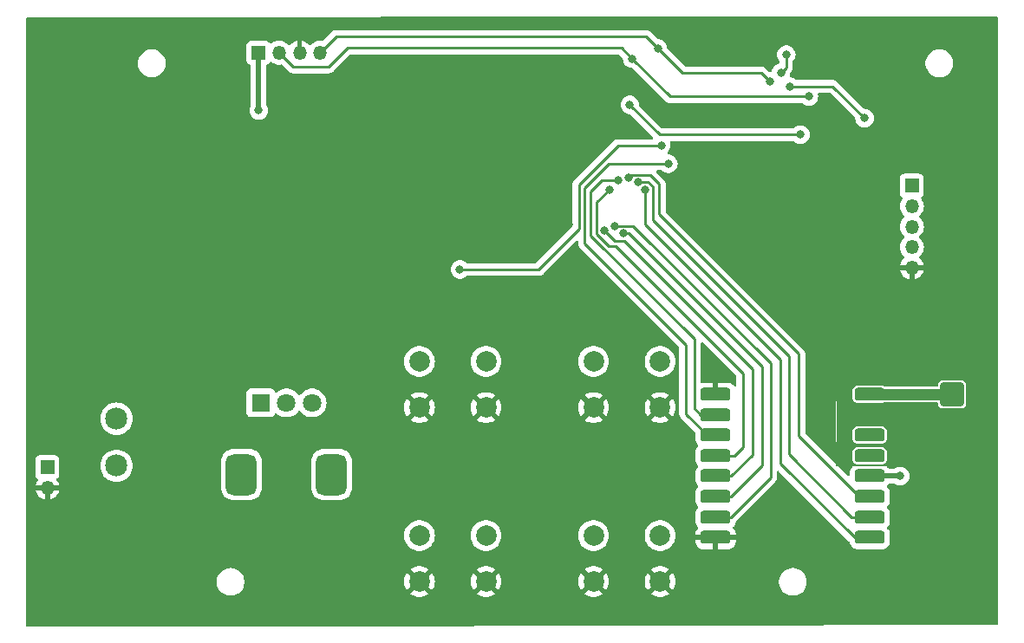
<source format=gbr>
%TF.GenerationSoftware,KiCad,Pcbnew,8.0.6*%
%TF.CreationDate,2025-03-01T18:05:20-05:00*%
%TF.ProjectId,receiver,72656365-6976-4657-922e-6b696361645f,rev?*%
%TF.SameCoordinates,Original*%
%TF.FileFunction,Copper,L2,Bot*%
%TF.FilePolarity,Positive*%
%FSLAX46Y46*%
G04 Gerber Fmt 4.6, Leading zero omitted, Abs format (unit mm)*
G04 Created by KiCad (PCBNEW 8.0.6) date 2025-03-01 18:05:20*
%MOMM*%
%LPD*%
G01*
G04 APERTURE LIST*
G04 Aperture macros list*
%AMRoundRect*
0 Rectangle with rounded corners*
0 $1 Rounding radius*
0 $2 $3 $4 $5 $6 $7 $8 $9 X,Y pos of 4 corners*
0 Add a 4 corners polygon primitive as box body*
4,1,4,$2,$3,$4,$5,$6,$7,$8,$9,$2,$3,0*
0 Add four circle primitives for the rounded corners*
1,1,$1+$1,$2,$3*
1,1,$1+$1,$4,$5*
1,1,$1+$1,$6,$7*
1,1,$1+$1,$8,$9*
0 Add four rect primitives between the rounded corners*
20,1,$1+$1,$2,$3,$4,$5,0*
20,1,$1+$1,$4,$5,$6,$7,0*
20,1,$1+$1,$6,$7,$8,$9,0*
20,1,$1+$1,$8,$9,$2,$3,0*%
G04 Aperture macros list end*
%TA.AperFunction,ComponentPad*%
%ADD10R,1.350000X1.350000*%
%TD*%
%TA.AperFunction,ComponentPad*%
%ADD11O,1.350000X1.350000*%
%TD*%
%TA.AperFunction,ComponentPad*%
%ADD12RoundRect,0.200100X-0.949900X0.949900X-0.949900X-0.949900X0.949900X-0.949900X0.949900X0.949900X0*%
%TD*%
%TA.AperFunction,ComponentPad*%
%ADD13C,2.500000*%
%TD*%
%TA.AperFunction,ComponentPad*%
%ADD14R,1.800000X1.800000*%
%TD*%
%TA.AperFunction,ComponentPad*%
%ADD15C,1.800000*%
%TD*%
%TA.AperFunction,ComponentPad*%
%ADD16RoundRect,0.750000X-0.750000X1.250000X-0.750000X-1.250000X0.750000X-1.250000X0.750000X1.250000X0*%
%TD*%
%TA.AperFunction,ComponentPad*%
%ADD17C,2.000000*%
%TD*%
%TA.AperFunction,SMDPad,CuDef*%
%ADD18RoundRect,0.317500X1.157500X0.317500X-1.157500X0.317500X-1.157500X-0.317500X1.157500X-0.317500X0*%
%TD*%
%TA.AperFunction,ComponentPad*%
%ADD19C,2.159000*%
%TD*%
%TA.AperFunction,ViaPad*%
%ADD20C,0.800000*%
%TD*%
%TA.AperFunction,Conductor*%
%ADD21C,0.500000*%
%TD*%
%TA.AperFunction,Conductor*%
%ADD22C,0.250000*%
%TD*%
%TA.AperFunction,Conductor*%
%ADD23C,1.082160*%
%TD*%
G04 APERTURE END LIST*
D10*
%TO.P,PWR_J1,1,Pin_1*%
%TO.N,Net-(PWR_J1-Pin_1)*%
X101999565Y-117092575D03*
D11*
%TO.P,PWR_J1,2,Pin_2*%
%TO.N,GND*%
X101999565Y-119092575D03*
%TD*%
D10*
%TO.P,J3,1,GND*%
%TO.N,+5V*%
X122631959Y-76597438D03*
D11*
%TO.P,J3,2,VCC*%
%TO.N,I2C_SDA*%
X124631959Y-76597438D03*
%TO.P,J3,3,SDA*%
%TO.N,GND*%
X126631959Y-76597438D03*
%TO.P,J3,4,SCL*%
%TO.N,I2C_SCL*%
X128631959Y-76597438D03*
%TD*%
D10*
%TO.P,J2,1,Pin_1*%
%TO.N,SYS_SWDIO*%
X186415391Y-89603771D03*
D11*
%TO.P,J2,2,Pin_2*%
%TO.N,SYS_SWCLK*%
X186415391Y-91603771D03*
%TO.P,J2,3,Pin_3*%
%TO.N,+3.3V*%
X186415391Y-93603771D03*
%TO.P,J2,4,Pin_4*%
%TO.N,SYS_TRACESWO*%
X186415391Y-95603771D03*
%TO.P,J2,5,Pin_5*%
%TO.N,GND*%
X186415391Y-97603771D03*
%TD*%
D12*
%TO.P,J1,1,In*%
%TO.N,/Capteurs/ANT*%
X190338188Y-109992891D03*
D13*
%TO.P,J1,2,Ext*%
%TO.N,GND*%
X192878188Y-107452891D03*
X187798188Y-107452891D03*
X192878188Y-112532891D03*
X187798188Y-112532891D03*
%TD*%
D14*
%TO.P,RV1,1,1*%
%TO.N,Net-(BUZ_R1-Pad1)*%
X122855079Y-110819387D03*
D15*
%TO.P,RV1,2,2*%
%TO.N,Net-(BUZ_D1-K)*%
X125355079Y-110819387D03*
%TO.P,RV1,3,3*%
X127855079Y-110819387D03*
D16*
%TO.P,RV1,MP*%
%TO.N,N/C*%
X129755079Y-117819387D03*
X120955079Y-117819387D03*
%TD*%
D17*
%TO.P,SW3,1,1*%
%TO.N,PUSH_3*%
X161834957Y-106771352D03*
X155334957Y-106771352D03*
%TO.P,SW3,2,2*%
%TO.N,GND*%
X161834957Y-111271352D03*
X155334957Y-111271352D03*
%TD*%
%TO.P,SW1,1,1*%
%TO.N,PUSH_1*%
X144834957Y-106771352D03*
X138334957Y-106771352D03*
%TO.P,SW1,2,2*%
%TO.N,GND*%
X144834957Y-111271352D03*
X138334957Y-111271352D03*
%TD*%
%TO.P,SW4,1,1*%
%TO.N,PUSH_4*%
X161834957Y-123771352D03*
X155334957Y-123771352D03*
%TO.P,SW4,2,2*%
%TO.N,GND*%
X161834957Y-128271352D03*
X155334957Y-128271352D03*
%TD*%
%TO.P,SW2,1,1*%
%TO.N,PUSH_2*%
X144834957Y-123771352D03*
X138334957Y-123771352D03*
%TO.P,SW2,2,2*%
%TO.N,GND*%
X144834957Y-128271352D03*
X138334957Y-128271352D03*
%TD*%
D18*
%TO.P,RF1,1,ANT*%
%TO.N,/Capteurs/ANT*%
X182306803Y-109980279D03*
%TO.P,RF1,2,GND*%
%TO.N,GND*%
X182306803Y-111980279D03*
%TO.P,RF1,3,RX_ANT*%
%TO.N,unconnected-(RF1-RX_ANT-Pad3)*%
X182306803Y-113980279D03*
%TO.P,RF1,4,TX_ANT*%
%TO.N,unconnected-(RF1-TX_ANT-Pad4)*%
X182306803Y-115980279D03*
%TO.P,RF1,5,VCC*%
%TO.N,+3.3V*%
X182306803Y-117980279D03*
%TO.P,RF1,6,GPIO_0*%
%TO.N,RFM_GPIO1*%
X182306803Y-119980279D03*
%TO.P,RF1,7,GPIO_1*%
%TO.N,RFM_GPIO2*%
X182306803Y-121980279D03*
%TO.P,RF1,8,GPIO_2*%
%TO.N,RFM_GPIO3*%
X182306803Y-123980279D03*
%TO.P,RF1,9,GND*%
%TO.N,GND*%
X167256803Y-109980279D03*
%TO.P,RF1,10,SDN*%
%TO.N,RFM_SDN*%
X167256803Y-111980279D03*
%TO.P,RF1,11,NIRQ*%
%TO.N,RFM_NIRQ*%
X167256803Y-113980279D03*
%TO.P,RF1,12,NSEL*%
%TO.N,SPI_RFM_CS*%
X167256803Y-115980279D03*
%TO.P,RF1,13,SCK*%
%TO.N,SPI_SCK*%
X167256803Y-117980279D03*
%TO.P,RF1,14,SDI*%
%TO.N,SPI_MOSI*%
X167256803Y-119980279D03*
%TO.P,RF1,15,SDO*%
%TO.N,SPI_MISO*%
X167256803Y-121980279D03*
%TO.P,RF1,16,GND*%
%TO.N,GND*%
X167256803Y-123980279D03*
%TD*%
D19*
%TO.P,SW5,1,A*%
%TO.N,VCC*%
X108760540Y-112361013D03*
%TO.P,SW5,2,B*%
%TO.N,Net-(PWR_J1-Pin_1)*%
X108760540Y-116961014D03*
%TD*%
D20*
%TO.N,GND*%
X109650359Y-86311104D03*
X107801444Y-86311104D03*
X107832005Y-84416349D03*
X105860848Y-86418066D03*
X107877846Y-88083617D03*
X177165933Y-78353737D03*
X145153352Y-87577745D03*
X180054268Y-108247554D03*
X151947561Y-80807730D03*
X105891461Y-84468777D03*
X109650883Y-88070828D03*
X190497889Y-104974600D03*
X191611040Y-114973900D03*
X192476448Y-104974600D03*
X116908249Y-91776694D03*
X162795432Y-90465679D03*
X113747482Y-101674964D03*
X152798446Y-77640184D03*
X185506961Y-104974600D03*
X152948744Y-93365246D03*
X187684545Y-114973900D03*
X105926433Y-88053342D03*
X180054268Y-111454807D03*
X182225160Y-104974600D03*
X193589599Y-114973900D03*
X105185430Y-99829869D03*
X190655741Y-114973900D03*
X180054268Y-104979270D03*
X174692612Y-98552224D03*
X146510751Y-82079389D03*
X180054268Y-114513440D03*
X109598426Y-84381349D03*
X181119575Y-104974600D03*
X188549953Y-104974600D03*
X171428529Y-98496269D03*
X189542590Y-104974600D03*
X137309136Y-84159221D03*
X193518691Y-104974600D03*
X136417611Y-96206117D03*
X167992494Y-82732435D03*
X185514527Y-114973900D03*
X188707805Y-114973900D03*
X184480457Y-114973900D03*
X187594654Y-104974600D03*
X167185894Y-107837632D03*
X180054268Y-107145109D03*
X180054268Y-110394858D03*
X180054268Y-112449066D03*
X184401376Y-104974600D03*
X183289593Y-104974600D03*
X177869526Y-82706395D03*
X149747447Y-87438800D03*
X169085396Y-75813742D03*
X146058684Y-92082389D03*
X191521149Y-104974600D03*
X177966020Y-98524246D03*
X192634300Y-114973900D03*
X178788247Y-75835172D03*
X186620112Y-114973900D03*
X180054268Y-113430624D03*
X189663104Y-114973900D03*
X180054268Y-106042665D03*
X180054268Y-109298775D03*
X180879374Y-80413610D03*
X132922122Y-85265965D03*
X186571394Y-104974600D03*
%TO.N,+3.3V*%
X174156531Y-76786052D03*
X173627098Y-78554493D03*
X185273867Y-117971299D03*
%TO.N,BUZZER*%
X142286589Y-97778732D03*
X161955360Y-85684709D03*
%TO.N,I2C_SDA*%
X159110483Y-77192994D03*
X176362567Y-80895588D03*
%TO.N,I2C_SCL*%
X161614484Y-76171461D03*
X172539990Y-79422423D03*
%TO.N,SYS_SWCLK*%
X181798701Y-83002161D03*
X174505161Y-79896163D03*
%TO.N,SYS_TRACESWO*%
X175534422Y-84610894D03*
X158872150Y-81702057D03*
%TO.N,+5V*%
X122643006Y-82246359D03*
%TO.N,SPI_SCK*%
X156374038Y-94014085D03*
%TO.N,SPI_MOSI*%
X158267007Y-94251488D03*
%TO.N,SPI_MISO*%
X157367378Y-93564271D03*
%TO.N,RFM_NIRQ*%
X162641298Y-87461128D03*
%TO.N,SPI_RFM_CS*%
X156896404Y-89973420D03*
%TO.N,RFM_GPIO2*%
X159704359Y-89257016D03*
%TO.N,RFM_GPIO3*%
X160372884Y-90000709D03*
%TO.N,RFM_SDN*%
X157749142Y-89064176D03*
%TO.N,RFM_GPIO1*%
X158757451Y-88842409D03*
%TD*%
D21*
%TO.N,+3.3V*%
X182306803Y-117980279D02*
X185264887Y-117980279D01*
D22*
X173627098Y-78554493D02*
X174156531Y-78025060D01*
D21*
X185264887Y-117980279D02*
X185273867Y-117971299D01*
D22*
X174156531Y-78025060D02*
X174156531Y-76786052D01*
%TO.N,BUZZER*%
X157708404Y-85684709D02*
X161955360Y-85684709D01*
X153902125Y-89490988D02*
X157708404Y-85684709D01*
X149961751Y-97778732D02*
X153902125Y-93838358D01*
X153902125Y-93838358D02*
X153902125Y-89490988D01*
X142286589Y-97778732D02*
X149961751Y-97778732D01*
%TO.N,I2C_SDA*%
X129458650Y-77990471D02*
X126024992Y-77990471D01*
X158056472Y-76138983D02*
X131310138Y-76138983D01*
X159110483Y-77192994D02*
X158056472Y-76138983D01*
X131310138Y-76138983D02*
X129458650Y-77990471D01*
X162813077Y-80895588D02*
X159110483Y-77192994D01*
X126024992Y-77990471D02*
X124631959Y-76597438D01*
X176362567Y-80895588D02*
X162813077Y-80895588D01*
%TO.N,I2C_SCL*%
X161614484Y-76171461D02*
X160448326Y-75005303D01*
X171721471Y-78603904D02*
X164046927Y-78603904D01*
X172539990Y-79422423D02*
X171721471Y-78603904D01*
X160448326Y-75005303D02*
X130224094Y-75005303D01*
X130224094Y-75005303D02*
X128631959Y-76597438D01*
X164046927Y-78603904D02*
X161614484Y-76171461D01*
D23*
%TO.N,/Capteurs/ANT*%
X182306803Y-109980279D02*
X190325576Y-109980279D01*
X190325576Y-109980279D02*
X190338188Y-109992891D01*
D22*
%TO.N,SYS_SWCLK*%
X178692703Y-79896163D02*
X174505161Y-79896163D01*
X181798701Y-83002161D02*
X178692703Y-79896163D01*
%TO.N,SYS_TRACESWO*%
X161780987Y-84610894D02*
X158872150Y-81702057D01*
X175534422Y-84610894D02*
X161780987Y-84610894D01*
D21*
%TO.N,+5V*%
X122631959Y-82235312D02*
X122631959Y-76597438D01*
X122643006Y-82246359D02*
X122631959Y-82235312D01*
D22*
%TO.N,SPI_SCK*%
X168731803Y-117980279D02*
X170844802Y-115867280D01*
X170844802Y-115867280D02*
X170844802Y-107545809D01*
X167256803Y-117980279D02*
X168731803Y-117980279D01*
X170844802Y-107545809D02*
X158312666Y-95013673D01*
X158312666Y-95013673D02*
X157373626Y-95013673D01*
X157373626Y-95013673D02*
X156374038Y-94014085D01*
%TO.N,SPI_MOSI*%
X158794790Y-94251488D02*
X171788105Y-107244803D01*
X158267007Y-94251488D02*
X158794790Y-94251488D01*
X168731803Y-119980279D02*
X167256803Y-119980279D01*
X171788105Y-107244803D02*
X171788105Y-116923977D01*
X171788105Y-116923977D02*
X168731803Y-119980279D01*
%TO.N,SPI_MISO*%
X172613970Y-118098112D02*
X172613970Y-106949677D01*
X159190781Y-93526488D02*
X157405161Y-93526488D01*
X172613970Y-106949677D02*
X159190781Y-93526488D01*
X167256803Y-121980279D02*
X168731803Y-121980279D01*
X168731803Y-121980279D02*
X172613970Y-118098112D01*
X157405161Y-93526488D02*
X157367378Y-93564271D01*
%TO.N,RFM_NIRQ*%
X164339426Y-105117284D02*
X164339426Y-111886017D01*
X164339426Y-111886017D02*
X166433688Y-113980279D01*
X166433688Y-113980279D02*
X167256803Y-113980279D01*
X156830301Y-87461128D02*
X154462625Y-89828804D01*
X162641298Y-87461128D02*
X156830301Y-87461128D01*
X154462625Y-95240483D02*
X164339426Y-105117284D01*
X154462625Y-89828804D02*
X154462625Y-95240483D01*
%TO.N,SPI_RFM_CS*%
X155649038Y-94337984D02*
X155649038Y-91220786D01*
X155649038Y-91220786D02*
X156896404Y-89973420D01*
X169094343Y-115980279D02*
X169902416Y-115172206D01*
X169902416Y-115172206D02*
X169902416Y-107934355D01*
X167256803Y-115980279D02*
X169094343Y-115980279D01*
X169902416Y-107934355D02*
X157486091Y-95518030D01*
X157486091Y-95518030D02*
X156829084Y-95518030D01*
X156829084Y-95518030D02*
X155649038Y-94337984D01*
%TO.N,RFM_GPIO2*%
X161097884Y-92933933D02*
X174439952Y-106276001D01*
X161097884Y-89700404D02*
X161097884Y-92933933D01*
X159704359Y-89257016D02*
X160654496Y-89257016D01*
X174439952Y-115857051D02*
X180563180Y-121980279D01*
X174439952Y-106276001D02*
X174439952Y-115857051D01*
X180563180Y-121980279D02*
X182306803Y-121980279D01*
X160654496Y-89257016D02*
X161097884Y-89700404D01*
%TO.N,RFM_GPIO3*%
X160372884Y-93353761D02*
X160372884Y-90000709D01*
X180831803Y-123980279D02*
X173578871Y-116727347D01*
X173578871Y-106559748D02*
X160372884Y-93353761D01*
X173578871Y-116727347D02*
X173578871Y-106559748D01*
X182306803Y-123980279D02*
X180831803Y-123980279D01*
%TO.N,RFM_SDN*%
X165170051Y-104550201D02*
X165170051Y-111368527D01*
X165170051Y-111368527D02*
X165781803Y-111980279D01*
X156166654Y-89064176D02*
X155070387Y-90160443D01*
X155070387Y-94450537D02*
X165170051Y-104550201D01*
X157749142Y-89064176D02*
X156166654Y-89064176D01*
X165781803Y-111980279D02*
X167256803Y-111980279D01*
X155070387Y-90160443D02*
X155070387Y-94450537D01*
%TO.N,RFM_GPIO1*%
X161738411Y-89433454D02*
X161738411Y-92383577D01*
X158757451Y-88842409D02*
X159067844Y-88532016D01*
X181317314Y-119980279D02*
X182306803Y-119980279D01*
X161738411Y-92383577D02*
X175387658Y-106032824D01*
X175387658Y-114050623D02*
X181317314Y-119980279D01*
X159067844Y-88532016D02*
X160836973Y-88532016D01*
X175387658Y-106032824D02*
X175387658Y-114050623D01*
X160836973Y-88532016D02*
X161738411Y-89433454D01*
%TD*%
%TA.AperFunction,Conductor*%
%TO.N,GND*%
G36*
X194777796Y-73068076D02*
G01*
X194823551Y-73120880D01*
X194834757Y-73172119D01*
X194841124Y-76075385D01*
X194841124Y-104686559D01*
X179103158Y-104667577D01*
X179028696Y-116807071D01*
X176049477Y-113827852D01*
X176015992Y-113766529D01*
X176013158Y-113740171D01*
X176013158Y-105971218D01*
X176005804Y-105934248D01*
X175989121Y-105850373D01*
X175952193Y-105761222D01*
X175941969Y-105736538D01*
X175893242Y-105663613D01*
X175873516Y-105634090D01*
X175783295Y-105543869D01*
X175783264Y-105543840D01*
X162400230Y-92160806D01*
X162366745Y-92099483D01*
X162363911Y-92073125D01*
X162363911Y-91603770D01*
X185234855Y-91603770D01*
X185234855Y-91603771D01*
X185254955Y-91820689D01*
X185314575Y-92030233D01*
X185411679Y-92225243D01*
X185542965Y-92399095D01*
X185666963Y-92512134D01*
X185703245Y-92571845D01*
X185701484Y-92641693D01*
X185666963Y-92695408D01*
X185542965Y-92808446D01*
X185411679Y-92982298D01*
X185314575Y-93177308D01*
X185254955Y-93386852D01*
X185234855Y-93603770D01*
X185234855Y-93603771D01*
X185254955Y-93820689D01*
X185314575Y-94030233D01*
X185411679Y-94225243D01*
X185542965Y-94399095D01*
X185666963Y-94512134D01*
X185703245Y-94571845D01*
X185701484Y-94641693D01*
X185666963Y-94695408D01*
X185542965Y-94808446D01*
X185411679Y-94982298D01*
X185314575Y-95177308D01*
X185254955Y-95386852D01*
X185234855Y-95603770D01*
X185234855Y-95603771D01*
X185254955Y-95820689D01*
X185314575Y-96030233D01*
X185411679Y-96225243D01*
X185542965Y-96399095D01*
X185667335Y-96512472D01*
X185703617Y-96572183D01*
X185701856Y-96642030D01*
X185667335Y-96695746D01*
X185543336Y-96808784D01*
X185412106Y-96982562D01*
X185315042Y-97177490D01*
X185264885Y-97353770D01*
X185264886Y-97353771D01*
X186099705Y-97353771D01*
X186095311Y-97358165D01*
X186042650Y-97449377D01*
X186015391Y-97551110D01*
X186015391Y-97656432D01*
X186042650Y-97758165D01*
X186095311Y-97849377D01*
X186099705Y-97853771D01*
X185264886Y-97853771D01*
X185315042Y-98030051D01*
X185412106Y-98224979D01*
X185543336Y-98398756D01*
X185704259Y-98545456D01*
X185889403Y-98660093D01*
X185889414Y-98660098D01*
X186092451Y-98738755D01*
X186165391Y-98752390D01*
X186165391Y-97919457D01*
X186169785Y-97923851D01*
X186260997Y-97976512D01*
X186362730Y-98003771D01*
X186468052Y-98003771D01*
X186569785Y-97976512D01*
X186660997Y-97923851D01*
X186665391Y-97919457D01*
X186665391Y-98752390D01*
X186738330Y-98738755D01*
X186941367Y-98660098D01*
X186941378Y-98660093D01*
X187126521Y-98545456D01*
X187126522Y-98545456D01*
X187287445Y-98398756D01*
X187418675Y-98224979D01*
X187515739Y-98030051D01*
X187565896Y-97853771D01*
X186731077Y-97853771D01*
X186735471Y-97849377D01*
X186788132Y-97758165D01*
X186815391Y-97656432D01*
X186815391Y-97551110D01*
X186788132Y-97449377D01*
X186735471Y-97358165D01*
X186731077Y-97353771D01*
X187565896Y-97353771D01*
X187565896Y-97353770D01*
X187515739Y-97177490D01*
X187418675Y-96982562D01*
X187287447Y-96808788D01*
X187163446Y-96695747D01*
X187127165Y-96636036D01*
X187128925Y-96566188D01*
X187163443Y-96512475D01*
X187287818Y-96399093D01*
X187419103Y-96225243D01*
X187516208Y-96030230D01*
X187575826Y-95820694D01*
X187595927Y-95603771D01*
X187575826Y-95386848D01*
X187516208Y-95177312D01*
X187419103Y-94982299D01*
X187287818Y-94808449D01*
X187163814Y-94695405D01*
X187127536Y-94635698D01*
X187129296Y-94565850D01*
X187163814Y-94512136D01*
X187287818Y-94399093D01*
X187419103Y-94225243D01*
X187516208Y-94030230D01*
X187575826Y-93820694D01*
X187595927Y-93603771D01*
X187575826Y-93386848D01*
X187516208Y-93177312D01*
X187419103Y-92982299D01*
X187287818Y-92808449D01*
X187163814Y-92695405D01*
X187127536Y-92635698D01*
X187129296Y-92565850D01*
X187163814Y-92512136D01*
X187287818Y-92399093D01*
X187419103Y-92225243D01*
X187516208Y-92030230D01*
X187575826Y-91820694D01*
X187595927Y-91603771D01*
X187575826Y-91386848D01*
X187516208Y-91177312D01*
X187419103Y-90982299D01*
X187337642Y-90874427D01*
X187312951Y-90809068D01*
X187327516Y-90740733D01*
X187362286Y-90700436D01*
X187409936Y-90664764D01*
X187447937Y-90636317D01*
X187534187Y-90521102D01*
X187584482Y-90386254D01*
X187590891Y-90326644D01*
X187590890Y-88880899D01*
X187584482Y-88821288D01*
X187534187Y-88686440D01*
X187534186Y-88686439D01*
X187534184Y-88686435D01*
X187447938Y-88571226D01*
X187447935Y-88571223D01*
X187332726Y-88484977D01*
X187332719Y-88484973D01*
X187197873Y-88434679D01*
X187197874Y-88434679D01*
X187138274Y-88428272D01*
X187138272Y-88428271D01*
X187138264Y-88428271D01*
X187138255Y-88428271D01*
X185692520Y-88428271D01*
X185692514Y-88428272D01*
X185632907Y-88434679D01*
X185498062Y-88484973D01*
X185498055Y-88484977D01*
X185382846Y-88571223D01*
X185382843Y-88571226D01*
X185296597Y-88686435D01*
X185296593Y-88686442D01*
X185246299Y-88821288D01*
X185239892Y-88880887D01*
X185239892Y-88880894D01*
X185239891Y-88880906D01*
X185239891Y-90326641D01*
X185239892Y-90326647D01*
X185246299Y-90386254D01*
X185296593Y-90521099D01*
X185296597Y-90521106D01*
X185365749Y-90613480D01*
X185382845Y-90636317D01*
X185468496Y-90700435D01*
X185510366Y-90756368D01*
X185515350Y-90826060D01*
X185493139Y-90874427D01*
X185411679Y-90982299D01*
X185314575Y-91177308D01*
X185254955Y-91386852D01*
X185234855Y-91603770D01*
X162363911Y-91603770D01*
X162363911Y-89371851D01*
X162363911Y-89371848D01*
X162361698Y-89360724D01*
X162345033Y-89276939D01*
X162339874Y-89251002D01*
X162309314Y-89177224D01*
X162292723Y-89137169D01*
X162262711Y-89092254D01*
X162251118Y-89074903D01*
X162251118Y-89074904D01*
X162224269Y-89034721D01*
X162224266Y-89034718D01*
X162224264Y-89034715D01*
X162134048Y-88944499D01*
X162134017Y-88944470D01*
X161487856Y-88298309D01*
X161454371Y-88236986D01*
X161459355Y-88167294D01*
X161501227Y-88111361D01*
X161566691Y-88086944D01*
X161575537Y-88086628D01*
X161937550Y-88086628D01*
X162004589Y-88106313D01*
X162029698Y-88127654D01*
X162035424Y-88134013D01*
X162035428Y-88134017D01*
X162188563Y-88245276D01*
X162188568Y-88245279D01*
X162361490Y-88322270D01*
X162361495Y-88322272D01*
X162546652Y-88361628D01*
X162546653Y-88361628D01*
X162735942Y-88361628D01*
X162735944Y-88361628D01*
X162921101Y-88322272D01*
X163094028Y-88245279D01*
X163247169Y-88134016D01*
X163373831Y-87993344D01*
X163468477Y-87829412D01*
X163526972Y-87649384D01*
X163546758Y-87461128D01*
X163526972Y-87272872D01*
X163468477Y-87092844D01*
X163373831Y-86928912D01*
X163247169Y-86788240D01*
X163247168Y-86788239D01*
X163094032Y-86676979D01*
X163094027Y-86676976D01*
X162921105Y-86599985D01*
X162921100Y-86599983D01*
X162775299Y-86568993D01*
X162735944Y-86560628D01*
X162656929Y-86560628D01*
X162589890Y-86540943D01*
X162544135Y-86488139D01*
X162534191Y-86418981D01*
X162563216Y-86355425D01*
X162564752Y-86353685D01*
X162687893Y-86216925D01*
X162782539Y-86052993D01*
X162841034Y-85872965D01*
X162860820Y-85684709D01*
X162841034Y-85496453D01*
X162809276Y-85398712D01*
X162807281Y-85328871D01*
X162843361Y-85269038D01*
X162906062Y-85238210D01*
X162927207Y-85236394D01*
X174830674Y-85236394D01*
X174897713Y-85256079D01*
X174922822Y-85277420D01*
X174928548Y-85283779D01*
X174928552Y-85283783D01*
X175081687Y-85395042D01*
X175081692Y-85395045D01*
X175254614Y-85472036D01*
X175254619Y-85472038D01*
X175439776Y-85511394D01*
X175439777Y-85511394D01*
X175629066Y-85511394D01*
X175629068Y-85511394D01*
X175814225Y-85472038D01*
X175987152Y-85395045D01*
X176140293Y-85283782D01*
X176266955Y-85143110D01*
X176361601Y-84979178D01*
X176420096Y-84799150D01*
X176439882Y-84610894D01*
X176420096Y-84422638D01*
X176361601Y-84242610D01*
X176266955Y-84078678D01*
X176140293Y-83938006D01*
X176140292Y-83938005D01*
X175987156Y-83826745D01*
X175987151Y-83826742D01*
X175814229Y-83749751D01*
X175814224Y-83749749D01*
X175668423Y-83718759D01*
X175629068Y-83710394D01*
X175439776Y-83710394D01*
X175407319Y-83717292D01*
X175254619Y-83749749D01*
X175254614Y-83749751D01*
X175081692Y-83826742D01*
X175081687Y-83826745D01*
X174928552Y-83938004D01*
X174928548Y-83938008D01*
X174922822Y-83944368D01*
X174863335Y-83981015D01*
X174830674Y-83985394D01*
X162091439Y-83985394D01*
X162024400Y-83965709D01*
X162003758Y-83949075D01*
X159811110Y-81756427D01*
X159777625Y-81695104D01*
X159775473Y-81681728D01*
X159757824Y-81513801D01*
X159699329Y-81333773D01*
X159604683Y-81169841D01*
X159478021Y-81029169D01*
X159478020Y-81029168D01*
X159324884Y-80917908D01*
X159324879Y-80917905D01*
X159151957Y-80840914D01*
X159151952Y-80840912D01*
X159006151Y-80809922D01*
X158966796Y-80801557D01*
X158777504Y-80801557D01*
X158745047Y-80808455D01*
X158592347Y-80840912D01*
X158592342Y-80840914D01*
X158419420Y-80917905D01*
X158419415Y-80917908D01*
X158266279Y-81029168D01*
X158139616Y-81169842D01*
X158044971Y-81333772D01*
X158044968Y-81333779D01*
X157986477Y-81513797D01*
X157986476Y-81513801D01*
X157966690Y-81702057D01*
X157986476Y-81890313D01*
X157986477Y-81890316D01*
X158044968Y-82070334D01*
X158044971Y-82070341D01*
X158139617Y-82234273D01*
X158225155Y-82329272D01*
X158266279Y-82374945D01*
X158419415Y-82486205D01*
X158419420Y-82486208D01*
X158592342Y-82563199D01*
X158592347Y-82563201D01*
X158777504Y-82602557D01*
X158836698Y-82602557D01*
X158903737Y-82622242D01*
X158924379Y-82638876D01*
X161133031Y-84847528D01*
X161166516Y-84908851D01*
X161161532Y-84978543D01*
X161119660Y-85034476D01*
X161054196Y-85058893D01*
X161045350Y-85059209D01*
X157646793Y-85059209D01*
X157586375Y-85071227D01*
X157543147Y-85079825D01*
X157525950Y-85083246D01*
X157412120Y-85130396D01*
X157309669Y-85198851D01*
X157309666Y-85198854D01*
X154421894Y-88086628D01*
X153503394Y-89005128D01*
X153503392Y-89005130D01*
X153473807Y-89034715D01*
X153416267Y-89092254D01*
X153400700Y-89115552D01*
X153385237Y-89138695D01*
X153366525Y-89166698D01*
X153347813Y-89194701D01*
X153324492Y-89251002D01*
X153324493Y-89251003D01*
X153300662Y-89308536D01*
X153300661Y-89308539D01*
X153300661Y-89308540D01*
X153300660Y-89308543D01*
X153288694Y-89368697D01*
X153288695Y-89368698D01*
X153278670Y-89419102D01*
X153278670Y-89419103D01*
X153276625Y-89429384D01*
X153276625Y-93527905D01*
X153256940Y-93594944D01*
X153240306Y-93615586D01*
X149738980Y-97116913D01*
X149677657Y-97150398D01*
X149651299Y-97153232D01*
X142990337Y-97153232D01*
X142923298Y-97133547D01*
X142898189Y-97112206D01*
X142892462Y-97105846D01*
X142892458Y-97105842D01*
X142739323Y-96994583D01*
X142739318Y-96994580D01*
X142566396Y-96917589D01*
X142566391Y-96917587D01*
X142420590Y-96886597D01*
X142381235Y-96878232D01*
X142191943Y-96878232D01*
X142159486Y-96885130D01*
X142006786Y-96917587D01*
X142006781Y-96917589D01*
X141833859Y-96994580D01*
X141833854Y-96994583D01*
X141680718Y-97105843D01*
X141554055Y-97246517D01*
X141459410Y-97410447D01*
X141459407Y-97410454D01*
X141400916Y-97590472D01*
X141400915Y-97590476D01*
X141381129Y-97778732D01*
X141400915Y-97966988D01*
X141400916Y-97966991D01*
X141459407Y-98147009D01*
X141459410Y-98147016D01*
X141554056Y-98310948D01*
X141674990Y-98445258D01*
X141680718Y-98451620D01*
X141833854Y-98562880D01*
X141833859Y-98562883D01*
X142006781Y-98639874D01*
X142006786Y-98639876D01*
X142191943Y-98679232D01*
X142191944Y-98679232D01*
X142381233Y-98679232D01*
X142381235Y-98679232D01*
X142566392Y-98639876D01*
X142739319Y-98562883D01*
X142892460Y-98451620D01*
X142895377Y-98448379D01*
X142898189Y-98445258D01*
X142957676Y-98408611D01*
X142990337Y-98404232D01*
X150023359Y-98404232D01*
X150023359Y-98404231D01*
X150087729Y-98391428D01*
X150087730Y-98391428D01*
X150106901Y-98387614D01*
X150144203Y-98380195D01*
X150177543Y-98366384D01*
X150258037Y-98333044D01*
X150309260Y-98298816D01*
X150360484Y-98264590D01*
X150447609Y-98177465D01*
X150447609Y-98177463D01*
X150457817Y-98167256D01*
X150457818Y-98167253D01*
X153625446Y-94999626D01*
X153686767Y-94966143D01*
X153756459Y-94971127D01*
X153812392Y-95012999D01*
X153836809Y-95078463D01*
X153837125Y-95087309D01*
X153837125Y-95302094D01*
X153861160Y-95422927D01*
X153861165Y-95422944D01*
X153908310Y-95536763D01*
X153908315Y-95536772D01*
X153942539Y-95587990D01*
X153942540Y-95587992D01*
X153976766Y-95639216D01*
X154068211Y-95730661D01*
X154068233Y-95730681D01*
X163677607Y-105340055D01*
X163711092Y-105401378D01*
X163713926Y-105427736D01*
X163713926Y-111824410D01*
X163713926Y-111947624D01*
X163713926Y-111947626D01*
X163713925Y-111947626D01*
X163718374Y-111969987D01*
X163718374Y-111969989D01*
X163718375Y-111969989D01*
X163718375Y-111969990D01*
X163732675Y-112041886D01*
X163732675Y-112041887D01*
X163737960Y-112068461D01*
X163737963Y-112068468D01*
X163785114Y-112182303D01*
X163810225Y-112219883D01*
X163810226Y-112219886D01*
X163810227Y-112219886D01*
X163853566Y-112284748D01*
X163853567Y-112284749D01*
X163853568Y-112284750D01*
X163940693Y-112371875D01*
X163940694Y-112371875D01*
X163947761Y-112378942D01*
X163947760Y-112378942D01*
X163947764Y-112378945D01*
X165244984Y-113676165D01*
X165278469Y-113737488D01*
X165281303Y-113763846D01*
X165281303Y-114343721D01*
X165296764Y-114480950D01*
X165357648Y-114654944D01*
X165455718Y-114811021D01*
X165537295Y-114892598D01*
X165570780Y-114953921D01*
X165565796Y-115023613D01*
X165537295Y-115067960D01*
X165455718Y-115149536D01*
X165357648Y-115305613D01*
X165296764Y-115479607D01*
X165281303Y-115616836D01*
X165281303Y-116343721D01*
X165296764Y-116480950D01*
X165357648Y-116654944D01*
X165455718Y-116811021D01*
X165537295Y-116892598D01*
X165570780Y-116953921D01*
X165565796Y-117023613D01*
X165537295Y-117067960D01*
X165455718Y-117149536D01*
X165357648Y-117305613D01*
X165296764Y-117479607D01*
X165281303Y-117616836D01*
X165281303Y-118343721D01*
X165296764Y-118480950D01*
X165357648Y-118654944D01*
X165455718Y-118811021D01*
X165537295Y-118892598D01*
X165570780Y-118953921D01*
X165565796Y-119023613D01*
X165537295Y-119067960D01*
X165455718Y-119149536D01*
X165357648Y-119305613D01*
X165296764Y-119479607D01*
X165281303Y-119616836D01*
X165281303Y-120343721D01*
X165296764Y-120480950D01*
X165331733Y-120580883D01*
X165356149Y-120650662D01*
X165357648Y-120654944D01*
X165455718Y-120811021D01*
X165537295Y-120892598D01*
X165570780Y-120953921D01*
X165565796Y-121023613D01*
X165537295Y-121067960D01*
X165455718Y-121149536D01*
X165357648Y-121305613D01*
X165296764Y-121479607D01*
X165281303Y-121616836D01*
X165281303Y-122343721D01*
X165296764Y-122480950D01*
X165357648Y-122654944D01*
X165455718Y-122811021D01*
X165537648Y-122892951D01*
X165571133Y-122954274D01*
X165566149Y-123023966D01*
X165537649Y-123068313D01*
X165456110Y-123149852D01*
X165358099Y-123305835D01*
X165297255Y-123479719D01*
X165297254Y-123479725D01*
X165281803Y-123616860D01*
X165281803Y-123730279D01*
X169231803Y-123730279D01*
X169231803Y-123616864D01*
X169231802Y-123616860D01*
X169216351Y-123479725D01*
X169216350Y-123479719D01*
X169155506Y-123305835D01*
X169057494Y-123149850D01*
X168975957Y-123068313D01*
X168942472Y-123006990D01*
X168947456Y-122937298D01*
X168975953Y-122892955D01*
X169057888Y-122811021D01*
X169155959Y-122654942D01*
X169216840Y-122480953D01*
X169224822Y-122410104D01*
X169251887Y-122345694D01*
X169260351Y-122336319D01*
X173012699Y-118583972D01*
X173012703Y-118583970D01*
X173099828Y-118496845D01*
X173168281Y-118394398D01*
X173215433Y-118280564D01*
X173239470Y-118159718D01*
X173239470Y-117571898D01*
X173259155Y-117504859D01*
X173311959Y-117459104D01*
X173381117Y-117449160D01*
X173444673Y-117478185D01*
X173451151Y-117484217D01*
X180303243Y-124336309D01*
X180336728Y-124397632D01*
X180338782Y-124410105D01*
X180346764Y-124480947D01*
X180346765Y-124480952D01*
X180346766Y-124480953D01*
X180360241Y-124519462D01*
X180407647Y-124654943D01*
X180505521Y-124810707D01*
X180505718Y-124811021D01*
X180636061Y-124941364D01*
X180792140Y-125039435D01*
X180924362Y-125085701D01*
X180966131Y-125100317D01*
X181053893Y-125110204D01*
X181103360Y-125115778D01*
X181103361Y-125115779D01*
X181103365Y-125115779D01*
X183510245Y-125115779D01*
X183510245Y-125115778D01*
X183572476Y-125108766D01*
X183647474Y-125100317D01*
X183648877Y-125099826D01*
X183821466Y-125039435D01*
X183977545Y-124941364D01*
X184107888Y-124811021D01*
X184205959Y-124654942D01*
X184266840Y-124480953D01*
X184266840Y-124480952D01*
X184266841Y-124480950D01*
X184276228Y-124397632D01*
X184282303Y-124343717D01*
X184282303Y-123616841D01*
X184276728Y-123567369D01*
X184266841Y-123479607D01*
X184252225Y-123437838D01*
X184205959Y-123305616D01*
X184107888Y-123149537D01*
X184026311Y-123067960D01*
X183992826Y-123006637D01*
X183997810Y-122936945D01*
X184026311Y-122892598D01*
X184107888Y-122811021D01*
X184205959Y-122654942D01*
X184266840Y-122480953D01*
X184266840Y-122480952D01*
X184266841Y-122480950D01*
X184276804Y-122392521D01*
X184282303Y-122343717D01*
X184282303Y-121616841D01*
X184276728Y-121567369D01*
X184266841Y-121479607D01*
X184252225Y-121437838D01*
X184205959Y-121305616D01*
X184107888Y-121149537D01*
X184026311Y-121067960D01*
X183992826Y-121006637D01*
X183997810Y-120936945D01*
X184026311Y-120892598D01*
X184107888Y-120811021D01*
X184205959Y-120654942D01*
X184266840Y-120480953D01*
X184266840Y-120480952D01*
X184266841Y-120480950D01*
X184275290Y-120405952D01*
X184282303Y-120343717D01*
X184282303Y-119616841D01*
X184276728Y-119567369D01*
X184266841Y-119479607D01*
X184218891Y-119342575D01*
X184205959Y-119305616D01*
X184107888Y-119149537D01*
X184026311Y-119067960D01*
X183992826Y-119006637D01*
X183997810Y-118936945D01*
X184026311Y-118892598D01*
X184047110Y-118871799D01*
X184107888Y-118811021D01*
X184121847Y-118788806D01*
X184174182Y-118742515D01*
X184226840Y-118730779D01*
X184746890Y-118730779D01*
X184813929Y-118750464D01*
X184819776Y-118754461D01*
X184821137Y-118755450D01*
X184994059Y-118832441D01*
X184994064Y-118832443D01*
X185179221Y-118871799D01*
X185179222Y-118871799D01*
X185368511Y-118871799D01*
X185368513Y-118871799D01*
X185553670Y-118832443D01*
X185726597Y-118755450D01*
X185879738Y-118644187D01*
X186006400Y-118503515D01*
X186101046Y-118339583D01*
X186159541Y-118159555D01*
X186179327Y-117971299D01*
X186159541Y-117783043D01*
X186101046Y-117603015D01*
X186006400Y-117439083D01*
X185879738Y-117298411D01*
X185879737Y-117298410D01*
X185726601Y-117187150D01*
X185726596Y-117187147D01*
X185553674Y-117110156D01*
X185553669Y-117110154D01*
X185407868Y-117079164D01*
X185368513Y-117070799D01*
X185179221Y-117070799D01*
X185146764Y-117077697D01*
X184994064Y-117110154D01*
X184994059Y-117110156D01*
X184821137Y-117187147D01*
X184821132Y-117187150D01*
X184795055Y-117206097D01*
X184729249Y-117229577D01*
X184722170Y-117229779D01*
X184226840Y-117229779D01*
X184159801Y-117210094D01*
X184121847Y-117171752D01*
X184107889Y-117149538D01*
X184026311Y-117067960D01*
X184001623Y-117022748D01*
X194841124Y-116992346D01*
X194841124Y-132386666D01*
X194821439Y-132453705D01*
X194768635Y-132499460D01*
X194717391Y-132510666D01*
X126505323Y-132657391D01*
X100008720Y-132657391D01*
X99941681Y-132637706D01*
X99895926Y-132584902D01*
X99884720Y-132533347D01*
X99886248Y-128198268D01*
X118542673Y-128198268D01*
X118542673Y-128410842D01*
X118575927Y-128620798D01*
X118641091Y-128821352D01*
X118641617Y-128822969D01*
X118738124Y-129012375D01*
X118863063Y-129184341D01*
X119013386Y-129334664D01*
X119185352Y-129459603D01*
X119185354Y-129459604D01*
X119185357Y-129459606D01*
X119374761Y-129556112D01*
X119576930Y-129621801D01*
X119786886Y-129655055D01*
X119786887Y-129655055D01*
X119999459Y-129655055D01*
X119999460Y-129655055D01*
X120209416Y-129621801D01*
X120411585Y-129556112D01*
X120600989Y-129459606D01*
X120622962Y-129443641D01*
X120772959Y-129334664D01*
X120772961Y-129334661D01*
X120772965Y-129334659D01*
X120923277Y-129184347D01*
X120923279Y-129184343D01*
X120923282Y-129184341D01*
X121048221Y-129012375D01*
X121048220Y-129012375D01*
X121048224Y-129012371D01*
X121144730Y-128822967D01*
X121210419Y-128620798D01*
X121243673Y-128410842D01*
X121243673Y-128271346D01*
X136829816Y-128271346D01*
X136829816Y-128271357D01*
X136850342Y-128519081D01*
X136850344Y-128519090D01*
X136911369Y-128760069D01*
X137011223Y-128987716D01*
X137111521Y-129141234D01*
X137811169Y-128441586D01*
X137822439Y-128483644D01*
X137894847Y-128609060D01*
X137997249Y-128711462D01*
X138122665Y-128783870D01*
X138164722Y-128795139D01*
X137464899Y-129494961D01*
X137511725Y-129531407D01*
X137511727Y-129531408D01*
X137730342Y-129649716D01*
X137730353Y-129649721D01*
X137965463Y-129730435D01*
X138210664Y-129771352D01*
X138459250Y-129771352D01*
X138704450Y-129730435D01*
X138939560Y-129649721D01*
X138939571Y-129649716D01*
X139158185Y-129531409D01*
X139158188Y-129531407D01*
X139205013Y-129494961D01*
X138505191Y-128795139D01*
X138547249Y-128783870D01*
X138672665Y-128711462D01*
X138775067Y-128609060D01*
X138847475Y-128483644D01*
X138858744Y-128441587D01*
X139558391Y-129141234D01*
X139658688Y-128987721D01*
X139758544Y-128760069D01*
X139819569Y-128519090D01*
X139819571Y-128519081D01*
X139840098Y-128271357D01*
X139840098Y-128271346D01*
X143329816Y-128271346D01*
X143329816Y-128271357D01*
X143350342Y-128519081D01*
X143350344Y-128519090D01*
X143411369Y-128760069D01*
X143511223Y-128987716D01*
X143611521Y-129141234D01*
X144311169Y-128441586D01*
X144322439Y-128483644D01*
X144394847Y-128609060D01*
X144497249Y-128711462D01*
X144622665Y-128783870D01*
X144664722Y-128795139D01*
X143964899Y-129494961D01*
X144011725Y-129531407D01*
X144011727Y-129531408D01*
X144230342Y-129649716D01*
X144230353Y-129649721D01*
X144465463Y-129730435D01*
X144710664Y-129771352D01*
X144959250Y-129771352D01*
X145204450Y-129730435D01*
X145439560Y-129649721D01*
X145439571Y-129649716D01*
X145658185Y-129531409D01*
X145658188Y-129531407D01*
X145705013Y-129494961D01*
X145005191Y-128795139D01*
X145047249Y-128783870D01*
X145172665Y-128711462D01*
X145275067Y-128609060D01*
X145347475Y-128483644D01*
X145358744Y-128441587D01*
X146058391Y-129141234D01*
X146158688Y-128987721D01*
X146258544Y-128760069D01*
X146319569Y-128519090D01*
X146319571Y-128519081D01*
X146340098Y-128271357D01*
X146340098Y-128271346D01*
X153829816Y-128271346D01*
X153829816Y-128271357D01*
X153850342Y-128519081D01*
X153850344Y-128519090D01*
X153911369Y-128760069D01*
X154011223Y-128987716D01*
X154111521Y-129141234D01*
X154811169Y-128441586D01*
X154822439Y-128483644D01*
X154894847Y-128609060D01*
X154997249Y-128711462D01*
X155122665Y-128783870D01*
X155164722Y-128795139D01*
X154464899Y-129494961D01*
X154511725Y-129531407D01*
X154511727Y-129531408D01*
X154730342Y-129649716D01*
X154730353Y-129649721D01*
X154965463Y-129730435D01*
X155210664Y-129771352D01*
X155459250Y-129771352D01*
X155704450Y-129730435D01*
X155939560Y-129649721D01*
X155939571Y-129649716D01*
X156158185Y-129531409D01*
X156158188Y-129531407D01*
X156205013Y-129494961D01*
X155505191Y-128795139D01*
X155547249Y-128783870D01*
X155672665Y-128711462D01*
X155775067Y-128609060D01*
X155847475Y-128483644D01*
X155858744Y-128441587D01*
X156558391Y-129141234D01*
X156658688Y-128987721D01*
X156758544Y-128760069D01*
X156819569Y-128519090D01*
X156819571Y-128519081D01*
X156840098Y-128271357D01*
X156840098Y-128271346D01*
X160329816Y-128271346D01*
X160329816Y-128271357D01*
X160350342Y-128519081D01*
X160350344Y-128519090D01*
X160411369Y-128760069D01*
X160511223Y-128987716D01*
X160611521Y-129141234D01*
X161311169Y-128441586D01*
X161322439Y-128483644D01*
X161394847Y-128609060D01*
X161497249Y-128711462D01*
X161622665Y-128783870D01*
X161664722Y-128795139D01*
X160964899Y-129494961D01*
X161011725Y-129531407D01*
X161011727Y-129531408D01*
X161230342Y-129649716D01*
X161230353Y-129649721D01*
X161465463Y-129730435D01*
X161710664Y-129771352D01*
X161959250Y-129771352D01*
X162204450Y-129730435D01*
X162439560Y-129649721D01*
X162439571Y-129649716D01*
X162658185Y-129531409D01*
X162658188Y-129531407D01*
X162705013Y-129494961D01*
X162005191Y-128795139D01*
X162047249Y-128783870D01*
X162172665Y-128711462D01*
X162275067Y-128609060D01*
X162347475Y-128483644D01*
X162358744Y-128441587D01*
X163058391Y-129141234D01*
X163158688Y-128987721D01*
X163258544Y-128760069D01*
X163319569Y-128519090D01*
X163319571Y-128519081D01*
X163340098Y-128271357D01*
X163340098Y-128271346D01*
X163334043Y-128198268D01*
X173451056Y-128198268D01*
X173451056Y-128410842D01*
X173484310Y-128620798D01*
X173549474Y-128821352D01*
X173550000Y-128822969D01*
X173646507Y-129012375D01*
X173771446Y-129184341D01*
X173921769Y-129334664D01*
X174093735Y-129459603D01*
X174093737Y-129459604D01*
X174093740Y-129459606D01*
X174283144Y-129556112D01*
X174485313Y-129621801D01*
X174695269Y-129655055D01*
X174695270Y-129655055D01*
X174907842Y-129655055D01*
X174907843Y-129655055D01*
X175117799Y-129621801D01*
X175319968Y-129556112D01*
X175509372Y-129459606D01*
X175531345Y-129443641D01*
X175681342Y-129334664D01*
X175681344Y-129334661D01*
X175681348Y-129334659D01*
X175831660Y-129184347D01*
X175831662Y-129184343D01*
X175831665Y-129184341D01*
X175956604Y-129012375D01*
X175956603Y-129012375D01*
X175956607Y-129012371D01*
X176053113Y-128822967D01*
X176118802Y-128620798D01*
X176152056Y-128410842D01*
X176152056Y-128198268D01*
X176118802Y-127988312D01*
X176053113Y-127786143D01*
X175956607Y-127596739D01*
X175956605Y-127596736D01*
X175956604Y-127596734D01*
X175831665Y-127424768D01*
X175681342Y-127274445D01*
X175509376Y-127149506D01*
X175319970Y-127052999D01*
X175319969Y-127052998D01*
X175319968Y-127052998D01*
X175117799Y-126987309D01*
X175117797Y-126987308D01*
X175117796Y-126987308D01*
X174956513Y-126961763D01*
X174907843Y-126954055D01*
X174695269Y-126954055D01*
X174646598Y-126961763D01*
X174485316Y-126987308D01*
X174283141Y-127052999D01*
X174093735Y-127149506D01*
X173921769Y-127274445D01*
X173771446Y-127424768D01*
X173646507Y-127596734D01*
X173550000Y-127786140D01*
X173484309Y-127988315D01*
X173451056Y-128198268D01*
X163334043Y-128198268D01*
X163319571Y-128023622D01*
X163319569Y-128023613D01*
X163258544Y-127782634D01*
X163158688Y-127554982D01*
X163058391Y-127401468D01*
X162358744Y-128101116D01*
X162347475Y-128059060D01*
X162275067Y-127933644D01*
X162172665Y-127831242D01*
X162047249Y-127758834D01*
X162005192Y-127747564D01*
X162705014Y-127047742D01*
X162705013Y-127047741D01*
X162658186Y-127011295D01*
X162439571Y-126892987D01*
X162439560Y-126892982D01*
X162204450Y-126812268D01*
X161959250Y-126771352D01*
X161710664Y-126771352D01*
X161465463Y-126812268D01*
X161230353Y-126892982D01*
X161230347Y-126892984D01*
X161011718Y-127011301D01*
X160964899Y-127047740D01*
X160964899Y-127047742D01*
X161664722Y-127747564D01*
X161622665Y-127758834D01*
X161497249Y-127831242D01*
X161394847Y-127933644D01*
X161322439Y-128059060D01*
X161311169Y-128101116D01*
X160611521Y-127401468D01*
X160511224Y-127554984D01*
X160411369Y-127782634D01*
X160350344Y-128023613D01*
X160350342Y-128023622D01*
X160329816Y-128271346D01*
X156840098Y-128271346D01*
X156819571Y-128023622D01*
X156819569Y-128023613D01*
X156758544Y-127782634D01*
X156658688Y-127554982D01*
X156558391Y-127401468D01*
X155858744Y-128101116D01*
X155847475Y-128059060D01*
X155775067Y-127933644D01*
X155672665Y-127831242D01*
X155547249Y-127758834D01*
X155505192Y-127747564D01*
X156205014Y-127047742D01*
X156205013Y-127047741D01*
X156158186Y-127011295D01*
X155939571Y-126892987D01*
X155939560Y-126892982D01*
X155704450Y-126812268D01*
X155459250Y-126771352D01*
X155210664Y-126771352D01*
X154965463Y-126812268D01*
X154730353Y-126892982D01*
X154730347Y-126892984D01*
X154511718Y-127011301D01*
X154464899Y-127047740D01*
X154464899Y-127047742D01*
X155164722Y-127747564D01*
X155122665Y-127758834D01*
X154997249Y-127831242D01*
X154894847Y-127933644D01*
X154822439Y-128059060D01*
X154811169Y-128101116D01*
X154111521Y-127401468D01*
X154011224Y-127554984D01*
X153911369Y-127782634D01*
X153850344Y-128023613D01*
X153850342Y-128023622D01*
X153829816Y-128271346D01*
X146340098Y-128271346D01*
X146319571Y-128023622D01*
X146319569Y-128023613D01*
X146258544Y-127782634D01*
X146158688Y-127554982D01*
X146058391Y-127401468D01*
X145358744Y-128101116D01*
X145347475Y-128059060D01*
X145275067Y-127933644D01*
X145172665Y-127831242D01*
X145047249Y-127758834D01*
X145005192Y-127747564D01*
X145705014Y-127047742D01*
X145705013Y-127047741D01*
X145658186Y-127011295D01*
X145439571Y-126892987D01*
X145439560Y-126892982D01*
X145204450Y-126812268D01*
X144959250Y-126771352D01*
X144710664Y-126771352D01*
X144465463Y-126812268D01*
X144230353Y-126892982D01*
X144230347Y-126892984D01*
X144011718Y-127011301D01*
X143964899Y-127047740D01*
X143964899Y-127047742D01*
X144664722Y-127747564D01*
X144622665Y-127758834D01*
X144497249Y-127831242D01*
X144394847Y-127933644D01*
X144322439Y-128059060D01*
X144311169Y-128101116D01*
X143611521Y-127401468D01*
X143511224Y-127554984D01*
X143411369Y-127782634D01*
X143350344Y-128023613D01*
X143350342Y-128023622D01*
X143329816Y-128271346D01*
X139840098Y-128271346D01*
X139819571Y-128023622D01*
X139819569Y-128023613D01*
X139758544Y-127782634D01*
X139658688Y-127554982D01*
X139558391Y-127401468D01*
X138858744Y-128101116D01*
X138847475Y-128059060D01*
X138775067Y-127933644D01*
X138672665Y-127831242D01*
X138547249Y-127758834D01*
X138505192Y-127747564D01*
X139205014Y-127047742D01*
X139205013Y-127047741D01*
X139158186Y-127011295D01*
X138939571Y-126892987D01*
X138939560Y-126892982D01*
X138704450Y-126812268D01*
X138459250Y-126771352D01*
X138210664Y-126771352D01*
X137965463Y-126812268D01*
X137730353Y-126892982D01*
X137730347Y-126892984D01*
X137511718Y-127011301D01*
X137464899Y-127047740D01*
X137464899Y-127047742D01*
X138164722Y-127747564D01*
X138122665Y-127758834D01*
X137997249Y-127831242D01*
X137894847Y-127933644D01*
X137822439Y-128059060D01*
X137811169Y-128101116D01*
X137111521Y-127401468D01*
X137011224Y-127554984D01*
X136911369Y-127782634D01*
X136850344Y-128023613D01*
X136850342Y-128023622D01*
X136829816Y-128271346D01*
X121243673Y-128271346D01*
X121243673Y-128198268D01*
X121210419Y-127988312D01*
X121144730Y-127786143D01*
X121048224Y-127596739D01*
X121048222Y-127596736D01*
X121048221Y-127596734D01*
X120923282Y-127424768D01*
X120772959Y-127274445D01*
X120600993Y-127149506D01*
X120411587Y-127052999D01*
X120411586Y-127052998D01*
X120411585Y-127052998D01*
X120209416Y-126987309D01*
X120209414Y-126987308D01*
X120209413Y-126987308D01*
X120048130Y-126961763D01*
X119999460Y-126954055D01*
X119786886Y-126954055D01*
X119738215Y-126961763D01*
X119576933Y-126987308D01*
X119374758Y-127052999D01*
X119185352Y-127149506D01*
X119013386Y-127274445D01*
X118863063Y-127424768D01*
X118738124Y-127596734D01*
X118641617Y-127786140D01*
X118575926Y-127988315D01*
X118542673Y-128198268D01*
X99886248Y-128198268D01*
X99887808Y-123771346D01*
X136829314Y-123771346D01*
X136829314Y-123771357D01*
X136849847Y-124019164D01*
X136849849Y-124019176D01*
X136910893Y-124260233D01*
X137010783Y-124487958D01*
X137146790Y-124696134D01*
X137146793Y-124696137D01*
X137315213Y-124879090D01*
X137511448Y-125031826D01*
X137511450Y-125031827D01*
X137666579Y-125115779D01*
X137730147Y-125150180D01*
X137965343Y-125230923D01*
X138210622Y-125271852D01*
X138459292Y-125271852D01*
X138704571Y-125230923D01*
X138939767Y-125150180D01*
X139158466Y-125031826D01*
X139354701Y-124879090D01*
X139523121Y-124696137D01*
X139659130Y-124487959D01*
X139759020Y-124260233D01*
X139820065Y-124019173D01*
X139840600Y-123771352D01*
X139840600Y-123771346D01*
X143329314Y-123771346D01*
X143329314Y-123771357D01*
X143349847Y-124019164D01*
X143349849Y-124019176D01*
X143410893Y-124260233D01*
X143510783Y-124487958D01*
X143646790Y-124696134D01*
X143646793Y-124696137D01*
X143815213Y-124879090D01*
X144011448Y-125031826D01*
X144011450Y-125031827D01*
X144166579Y-125115779D01*
X144230147Y-125150180D01*
X144465343Y-125230923D01*
X144710622Y-125271852D01*
X144959292Y-125271852D01*
X145204571Y-125230923D01*
X145439767Y-125150180D01*
X145658466Y-125031826D01*
X145854701Y-124879090D01*
X146023121Y-124696137D01*
X146159130Y-124487959D01*
X146259020Y-124260233D01*
X146320065Y-124019173D01*
X146340600Y-123771352D01*
X146340600Y-123771346D01*
X153829314Y-123771346D01*
X153829314Y-123771357D01*
X153849847Y-124019164D01*
X153849849Y-124019176D01*
X153910893Y-124260233D01*
X154010783Y-124487958D01*
X154146790Y-124696134D01*
X154146793Y-124696137D01*
X154315213Y-124879090D01*
X154511448Y-125031826D01*
X154511450Y-125031827D01*
X154666579Y-125115779D01*
X154730147Y-125150180D01*
X154965343Y-125230923D01*
X155210622Y-125271852D01*
X155459292Y-125271852D01*
X155704571Y-125230923D01*
X155939767Y-125150180D01*
X156158466Y-125031826D01*
X156354701Y-124879090D01*
X156523121Y-124696137D01*
X156659130Y-124487959D01*
X156759020Y-124260233D01*
X156820065Y-124019173D01*
X156840600Y-123771352D01*
X156840600Y-123771346D01*
X160329314Y-123771346D01*
X160329314Y-123771357D01*
X160349847Y-124019164D01*
X160349849Y-124019176D01*
X160410893Y-124260233D01*
X160510783Y-124487958D01*
X160646790Y-124696134D01*
X160646793Y-124696137D01*
X160815213Y-124879090D01*
X161011448Y-125031826D01*
X161011450Y-125031827D01*
X161166579Y-125115779D01*
X161230147Y-125150180D01*
X161465343Y-125230923D01*
X161710622Y-125271852D01*
X161959292Y-125271852D01*
X162204571Y-125230923D01*
X162439767Y-125150180D01*
X162658466Y-125031826D01*
X162854701Y-124879090D01*
X163023121Y-124696137D01*
X163159130Y-124487959D01*
X163222409Y-124343697D01*
X165281803Y-124343697D01*
X165297254Y-124480832D01*
X165297255Y-124480838D01*
X165358099Y-124654722D01*
X165456111Y-124810707D01*
X165586374Y-124940970D01*
X165742359Y-125038982D01*
X165916243Y-125099826D01*
X165916249Y-125099827D01*
X166053384Y-125115278D01*
X166053388Y-125115279D01*
X167006803Y-125115279D01*
X167506803Y-125115279D01*
X168460218Y-125115279D01*
X168460221Y-125115278D01*
X168597356Y-125099827D01*
X168597362Y-125099826D01*
X168771246Y-125038982D01*
X168927231Y-124940970D01*
X169057494Y-124810707D01*
X169155506Y-124654722D01*
X169216350Y-124480838D01*
X169216351Y-124480832D01*
X169231802Y-124343697D01*
X169231803Y-124343693D01*
X169231803Y-124230279D01*
X167506803Y-124230279D01*
X167506803Y-125115279D01*
X167006803Y-125115279D01*
X167006803Y-124230279D01*
X165281803Y-124230279D01*
X165281803Y-124343697D01*
X163222409Y-124343697D01*
X163259020Y-124260233D01*
X163320065Y-124019173D01*
X163340600Y-123771352D01*
X163327798Y-123616860D01*
X163320066Y-123523539D01*
X163320064Y-123523527D01*
X163259020Y-123282470D01*
X163159130Y-123054745D01*
X163023123Y-122846569D01*
X162990396Y-122811018D01*
X162854701Y-122663614D01*
X162658466Y-122510878D01*
X162658464Y-122510877D01*
X162658463Y-122510876D01*
X162439768Y-122392524D01*
X162439759Y-122392521D01*
X162204573Y-122311781D01*
X161959292Y-122270852D01*
X161710622Y-122270852D01*
X161465340Y-122311781D01*
X161230154Y-122392521D01*
X161230145Y-122392524D01*
X161011450Y-122510876D01*
X160815214Y-122663613D01*
X160646790Y-122846569D01*
X160510783Y-123054745D01*
X160410893Y-123282470D01*
X160349849Y-123523527D01*
X160349847Y-123523539D01*
X160329314Y-123771346D01*
X156840600Y-123771346D01*
X156827798Y-123616860D01*
X156820066Y-123523539D01*
X156820064Y-123523527D01*
X156759020Y-123282470D01*
X156659130Y-123054745D01*
X156523123Y-122846569D01*
X156490396Y-122811018D01*
X156354701Y-122663614D01*
X156158466Y-122510878D01*
X156158464Y-122510877D01*
X156158463Y-122510876D01*
X155939768Y-122392524D01*
X155939759Y-122392521D01*
X155704573Y-122311781D01*
X155459292Y-122270852D01*
X155210622Y-122270852D01*
X154965340Y-122311781D01*
X154730154Y-122392521D01*
X154730145Y-122392524D01*
X154511450Y-122510876D01*
X154315214Y-122663613D01*
X154146790Y-122846569D01*
X154010783Y-123054745D01*
X153910893Y-123282470D01*
X153849849Y-123523527D01*
X153849847Y-123523539D01*
X153829314Y-123771346D01*
X146340600Y-123771346D01*
X146327798Y-123616860D01*
X146320066Y-123523539D01*
X146320064Y-123523527D01*
X146259020Y-123282470D01*
X146159130Y-123054745D01*
X146023123Y-122846569D01*
X145990396Y-122811018D01*
X145854701Y-122663614D01*
X145658466Y-122510878D01*
X145658464Y-122510877D01*
X145658463Y-122510876D01*
X145439768Y-122392524D01*
X145439759Y-122392521D01*
X145204573Y-122311781D01*
X144959292Y-122270852D01*
X144710622Y-122270852D01*
X144465340Y-122311781D01*
X144230154Y-122392521D01*
X144230145Y-122392524D01*
X144011450Y-122510876D01*
X143815214Y-122663613D01*
X143646790Y-122846569D01*
X143510783Y-123054745D01*
X143410893Y-123282470D01*
X143349849Y-123523527D01*
X143349847Y-123523539D01*
X143329314Y-123771346D01*
X139840600Y-123771346D01*
X139827798Y-123616860D01*
X139820066Y-123523539D01*
X139820064Y-123523527D01*
X139759020Y-123282470D01*
X139659130Y-123054745D01*
X139523123Y-122846569D01*
X139490396Y-122811018D01*
X139354701Y-122663614D01*
X139158466Y-122510878D01*
X139158464Y-122510877D01*
X139158463Y-122510876D01*
X138939768Y-122392524D01*
X138939759Y-122392521D01*
X138704573Y-122311781D01*
X138459292Y-122270852D01*
X138210622Y-122270852D01*
X137965340Y-122311781D01*
X137730154Y-122392521D01*
X137730145Y-122392524D01*
X137511450Y-122510876D01*
X137315214Y-122663613D01*
X137146790Y-122846569D01*
X137010783Y-123054745D01*
X136910893Y-123282470D01*
X136849849Y-123523527D01*
X136849847Y-123523539D01*
X136829314Y-123771346D01*
X99887808Y-123771346D01*
X99889125Y-120033212D01*
X99890416Y-116369710D01*
X100824065Y-116369710D01*
X100824065Y-117815445D01*
X100824066Y-117815451D01*
X100830473Y-117875058D01*
X100880767Y-118009903D01*
X100880771Y-118009910D01*
X100967017Y-118125119D01*
X100967020Y-118125122D01*
X101053069Y-118189539D01*
X101094940Y-118245473D01*
X101099924Y-118315164D01*
X101077713Y-118363531D01*
X100996279Y-118471367D01*
X100899216Y-118666294D01*
X100849059Y-118842574D01*
X100849060Y-118842575D01*
X101683879Y-118842575D01*
X101679485Y-118846969D01*
X101626824Y-118938181D01*
X101599565Y-119039914D01*
X101599565Y-119145236D01*
X101626824Y-119246969D01*
X101679485Y-119338181D01*
X101683879Y-119342575D01*
X100849060Y-119342575D01*
X100899216Y-119518855D01*
X100996280Y-119713783D01*
X101127510Y-119887560D01*
X101288433Y-120034260D01*
X101473577Y-120148897D01*
X101473588Y-120148902D01*
X101676625Y-120227559D01*
X101749565Y-120241194D01*
X101749565Y-119408261D01*
X101753959Y-119412655D01*
X101845171Y-119465316D01*
X101946904Y-119492575D01*
X102052226Y-119492575D01*
X102153959Y-119465316D01*
X102245171Y-119412655D01*
X102249565Y-119408261D01*
X102249565Y-120241194D01*
X102322504Y-120227559D01*
X102525541Y-120148902D01*
X102525552Y-120148897D01*
X102710695Y-120034260D01*
X102710696Y-120034260D01*
X102871619Y-119887560D01*
X103002849Y-119713783D01*
X103099913Y-119518855D01*
X103150070Y-119342575D01*
X102315251Y-119342575D01*
X102319645Y-119338181D01*
X102372306Y-119246969D01*
X102399565Y-119145236D01*
X102399565Y-119039914D01*
X102372306Y-118938181D01*
X102319645Y-118846969D01*
X102315251Y-118842575D01*
X103150070Y-118842575D01*
X103150070Y-118842574D01*
X103099913Y-118666294D01*
X103002849Y-118471366D01*
X102921417Y-118363532D01*
X102896725Y-118298170D01*
X102911290Y-118229836D01*
X102946058Y-118189540D01*
X103032111Y-118125121D01*
X103118361Y-118009906D01*
X103168656Y-117875058D01*
X103175065Y-117815448D01*
X103175064Y-116961014D01*
X107175654Y-116961014D01*
X107195167Y-117208948D01*
X107253224Y-117450773D01*
X107348395Y-117680537D01*
X107478336Y-117892582D01*
X107478337Y-117892584D01*
X107488112Y-117904029D01*
X107639856Y-118081698D01*
X107766122Y-118189539D01*
X107828969Y-118243216D01*
X107828971Y-118243217D01*
X108041016Y-118373158D01*
X108270780Y-118468329D01*
X108270781Y-118468329D01*
X108270783Y-118468330D01*
X108512609Y-118526387D01*
X108760540Y-118545900D01*
X109008471Y-118526387D01*
X109250297Y-118468330D01*
X109480063Y-118373158D01*
X109692113Y-118243214D01*
X109881224Y-118081698D01*
X110042740Y-117892587D01*
X110172684Y-117680537D01*
X110267856Y-117450771D01*
X110325913Y-117208945D01*
X110345426Y-116961014D01*
X110325913Y-116713083D01*
X110275996Y-116505164D01*
X118954579Y-116505164D01*
X118954579Y-119133595D01*
X118954580Y-119133610D01*
X118964983Y-119265800D01*
X118964984Y-119265807D01*
X119019981Y-119484065D01*
X119019982Y-119484068D01*
X119113070Y-119689009D01*
X119113076Y-119689019D01*
X119241253Y-119874032D01*
X119241257Y-119874037D01*
X119241260Y-119874041D01*
X119400425Y-120033206D01*
X119400429Y-120033209D01*
X119400433Y-120033212D01*
X119401946Y-120034260D01*
X119585453Y-120161394D01*
X119790396Y-120254483D01*
X119790400Y-120254484D01*
X120008658Y-120309481D01*
X120008660Y-120309481D01*
X120008667Y-120309483D01*
X120140862Y-120319887D01*
X121769295Y-120319886D01*
X121901491Y-120309483D01*
X122119762Y-120254483D01*
X122324705Y-120161394D01*
X122509733Y-120033206D01*
X122668898Y-119874041D01*
X122797086Y-119689013D01*
X122890175Y-119484070D01*
X122945175Y-119265799D01*
X122955579Y-119133604D01*
X122955578Y-116505171D01*
X122955577Y-116505164D01*
X127754579Y-116505164D01*
X127754579Y-119133595D01*
X127754580Y-119133610D01*
X127764983Y-119265800D01*
X127764984Y-119265807D01*
X127819981Y-119484065D01*
X127819982Y-119484068D01*
X127913070Y-119689009D01*
X127913076Y-119689019D01*
X128041253Y-119874032D01*
X128041257Y-119874037D01*
X128041260Y-119874041D01*
X128200425Y-120033206D01*
X128200429Y-120033209D01*
X128200433Y-120033212D01*
X128201946Y-120034260D01*
X128385453Y-120161394D01*
X128590396Y-120254483D01*
X128590400Y-120254484D01*
X128808658Y-120309481D01*
X128808660Y-120309481D01*
X128808667Y-120309483D01*
X128940862Y-120319887D01*
X130569295Y-120319886D01*
X130701491Y-120309483D01*
X130919762Y-120254483D01*
X131124705Y-120161394D01*
X131309733Y-120033206D01*
X131468898Y-119874041D01*
X131597086Y-119689013D01*
X131690175Y-119484070D01*
X131745175Y-119265799D01*
X131755579Y-119133604D01*
X131755578Y-116505171D01*
X131745175Y-116372975D01*
X131744352Y-116369710D01*
X131690176Y-116154708D01*
X131690175Y-116154705D01*
X131647171Y-116060029D01*
X131597086Y-115949761D01*
X131468898Y-115764733D01*
X131309733Y-115605568D01*
X131309729Y-115605565D01*
X131309724Y-115605561D01*
X131124711Y-115477384D01*
X131124709Y-115477382D01*
X131124705Y-115477380D01*
X131072567Y-115453698D01*
X130919760Y-115384290D01*
X130919757Y-115384289D01*
X130701499Y-115329292D01*
X130701492Y-115329291D01*
X130657426Y-115325823D01*
X130569296Y-115318887D01*
X130569294Y-115318887D01*
X128940870Y-115318887D01*
X128940855Y-115318888D01*
X128808665Y-115329291D01*
X128808658Y-115329292D01*
X128590400Y-115384289D01*
X128590397Y-115384290D01*
X128385456Y-115477378D01*
X128385446Y-115477384D01*
X128200433Y-115605561D01*
X128200421Y-115605571D01*
X128041263Y-115764729D01*
X128041253Y-115764741D01*
X127913076Y-115949754D01*
X127913070Y-115949764D01*
X127819982Y-116154705D01*
X127819981Y-116154708D01*
X127764984Y-116372966D01*
X127764983Y-116372973D01*
X127754579Y-116505164D01*
X122955577Y-116505164D01*
X122945175Y-116372975D01*
X122944352Y-116369710D01*
X122890176Y-116154708D01*
X122890175Y-116154705D01*
X122847171Y-116060029D01*
X122797086Y-115949761D01*
X122668898Y-115764733D01*
X122509733Y-115605568D01*
X122509729Y-115605565D01*
X122509724Y-115605561D01*
X122324711Y-115477384D01*
X122324709Y-115477382D01*
X122324705Y-115477380D01*
X122272567Y-115453698D01*
X122119760Y-115384290D01*
X122119757Y-115384289D01*
X121901499Y-115329292D01*
X121901492Y-115329291D01*
X121857426Y-115325823D01*
X121769296Y-115318887D01*
X121769294Y-115318887D01*
X120140870Y-115318887D01*
X120140855Y-115318888D01*
X120008665Y-115329291D01*
X120008658Y-115329292D01*
X119790400Y-115384289D01*
X119790397Y-115384290D01*
X119585456Y-115477378D01*
X119585446Y-115477384D01*
X119400433Y-115605561D01*
X119400421Y-115605571D01*
X119241263Y-115764729D01*
X119241253Y-115764741D01*
X119113076Y-115949754D01*
X119113070Y-115949764D01*
X119019982Y-116154705D01*
X119019981Y-116154708D01*
X118964984Y-116372966D01*
X118964983Y-116372973D01*
X118954579Y-116505164D01*
X110275996Y-116505164D01*
X110267856Y-116471257D01*
X110267855Y-116471254D01*
X110172684Y-116241490D01*
X110042743Y-116029445D01*
X110042742Y-116029443D01*
X109946770Y-115917075D01*
X109881224Y-115840330D01*
X109756193Y-115733544D01*
X109692110Y-115678811D01*
X109692108Y-115678810D01*
X109480063Y-115548869D01*
X109250299Y-115453698D01*
X109008474Y-115395641D01*
X108760540Y-115376128D01*
X108512605Y-115395641D01*
X108270780Y-115453698D01*
X108041016Y-115548869D01*
X107828971Y-115678810D01*
X107828969Y-115678811D01*
X107639856Y-115840330D01*
X107478337Y-116029443D01*
X107478336Y-116029445D01*
X107348395Y-116241490D01*
X107253224Y-116471254D01*
X107195167Y-116713079D01*
X107175654Y-116961014D01*
X103175064Y-116961014D01*
X103175064Y-116369703D01*
X103168656Y-116310092D01*
X103118361Y-116175244D01*
X103118360Y-116175243D01*
X103118358Y-116175239D01*
X103032112Y-116060030D01*
X103032109Y-116060027D01*
X102916900Y-115973781D01*
X102916893Y-115973777D01*
X102782047Y-115923483D01*
X102782048Y-115923483D01*
X102722448Y-115917076D01*
X102722446Y-115917075D01*
X102722438Y-115917075D01*
X102722429Y-115917075D01*
X101276694Y-115917075D01*
X101276688Y-115917076D01*
X101217081Y-115923483D01*
X101082236Y-115973777D01*
X101082229Y-115973781D01*
X100967020Y-116060027D01*
X100967017Y-116060030D01*
X100880771Y-116175239D01*
X100880767Y-116175246D01*
X100830473Y-116310092D01*
X100826858Y-116343721D01*
X100824066Y-116369698D01*
X100824065Y-116369710D01*
X99890416Y-116369710D01*
X99891829Y-112361013D01*
X107175654Y-112361013D01*
X107195167Y-112608947D01*
X107253224Y-112850772D01*
X107348395Y-113080536D01*
X107478336Y-113292581D01*
X107478337Y-113292583D01*
X107533070Y-113356666D01*
X107639856Y-113481697D01*
X107786246Y-113606726D01*
X107828969Y-113643215D01*
X107828971Y-113643216D01*
X108041016Y-113773157D01*
X108270780Y-113868328D01*
X108270781Y-113868328D01*
X108270783Y-113868329D01*
X108512609Y-113926386D01*
X108760540Y-113945899D01*
X109008471Y-113926386D01*
X109250297Y-113868329D01*
X109480063Y-113773157D01*
X109692113Y-113643213D01*
X109881224Y-113481697D01*
X110042740Y-113292586D01*
X110172684Y-113080536D01*
X110267856Y-112850770D01*
X110325913Y-112608944D01*
X110345426Y-112361013D01*
X110325913Y-112113082D01*
X110267856Y-111871256D01*
X110261839Y-111856729D01*
X110172684Y-111641489D01*
X110042743Y-111429444D01*
X110042742Y-111429442D01*
X110006253Y-111386719D01*
X109881224Y-111240329D01*
X109717290Y-111100316D01*
X109692110Y-111078810D01*
X109692108Y-111078809D01*
X109480063Y-110948868D01*
X109250299Y-110853697D01*
X109008474Y-110795640D01*
X108760540Y-110776127D01*
X108512605Y-110795640D01*
X108270780Y-110853697D01*
X108041016Y-110948868D01*
X107828971Y-111078809D01*
X107828969Y-111078810D01*
X107639856Y-111240329D01*
X107478337Y-111429442D01*
X107478336Y-111429444D01*
X107348395Y-111641489D01*
X107253224Y-111871253D01*
X107195167Y-112113078D01*
X107175654Y-112361013D01*
X99891829Y-112361013D01*
X99892706Y-109871522D01*
X121454579Y-109871522D01*
X121454579Y-111767257D01*
X121454580Y-111767263D01*
X121460987Y-111826870D01*
X121511281Y-111961715D01*
X121511285Y-111961722D01*
X121597531Y-112076931D01*
X121597534Y-112076934D01*
X121712743Y-112163180D01*
X121712750Y-112163184D01*
X121847596Y-112213478D01*
X121847595Y-112213478D01*
X121854523Y-112214222D01*
X121907206Y-112219887D01*
X123802951Y-112219886D01*
X123862562Y-112213478D01*
X123997410Y-112163183D01*
X124112625Y-112076933D01*
X124198875Y-111961718D01*
X124217171Y-111912661D01*
X124259040Y-111856729D01*
X124324504Y-111832311D01*
X124392778Y-111847162D01*
X124409515Y-111858142D01*
X124586444Y-111995851D01*
X124586450Y-111995855D01*
X124586453Y-111995857D01*
X124790576Y-112106323D01*
X124892268Y-112141234D01*
X125010094Y-112181684D01*
X125010096Y-112181684D01*
X125010098Y-112181685D01*
X125239030Y-112219887D01*
X125239031Y-112219887D01*
X125471127Y-112219887D01*
X125471128Y-112219887D01*
X125700060Y-112181685D01*
X125919582Y-112106323D01*
X126123705Y-111995857D01*
X126306863Y-111853300D01*
X126464058Y-111682540D01*
X126501270Y-111625583D01*
X126554416Y-111580226D01*
X126623648Y-111570802D01*
X126686983Y-111600304D01*
X126708888Y-111625583D01*
X126746095Y-111682534D01*
X126746098Y-111682538D01*
X126746100Y-111682540D01*
X126903295Y-111853300D01*
X126903298Y-111853302D01*
X126903301Y-111853305D01*
X127086444Y-111995851D01*
X127086450Y-111995855D01*
X127086453Y-111995857D01*
X127290576Y-112106323D01*
X127392268Y-112141234D01*
X127510094Y-112181684D01*
X127510096Y-112181684D01*
X127510098Y-112181685D01*
X127739030Y-112219887D01*
X127739031Y-112219887D01*
X127971127Y-112219887D01*
X127971128Y-112219887D01*
X128200060Y-112181685D01*
X128419582Y-112106323D01*
X128623705Y-111995857D01*
X128806863Y-111853300D01*
X128964058Y-111682540D01*
X129091003Y-111488236D01*
X129184236Y-111275687D01*
X129185335Y-111271346D01*
X136829816Y-111271346D01*
X136829816Y-111271357D01*
X136850342Y-111519081D01*
X136850344Y-111519090D01*
X136911369Y-111760069D01*
X137011223Y-111987716D01*
X137111521Y-112141234D01*
X137811169Y-111441586D01*
X137822439Y-111483644D01*
X137894847Y-111609060D01*
X137997249Y-111711462D01*
X138122665Y-111783870D01*
X138164722Y-111795139D01*
X137464899Y-112494961D01*
X137511725Y-112531407D01*
X137511727Y-112531408D01*
X137730342Y-112649716D01*
X137730353Y-112649721D01*
X137965463Y-112730435D01*
X138210664Y-112771352D01*
X138459250Y-112771352D01*
X138704450Y-112730435D01*
X138939560Y-112649721D01*
X138939571Y-112649716D01*
X139158185Y-112531409D01*
X139158188Y-112531407D01*
X139205013Y-112494961D01*
X138505191Y-111795139D01*
X138547249Y-111783870D01*
X138672665Y-111711462D01*
X138775067Y-111609060D01*
X138847475Y-111483644D01*
X138858744Y-111441587D01*
X139558391Y-112141234D01*
X139658688Y-111987721D01*
X139758544Y-111760069D01*
X139819569Y-111519090D01*
X139819571Y-111519081D01*
X139840098Y-111271357D01*
X139840098Y-111271346D01*
X143329816Y-111271346D01*
X143329816Y-111271357D01*
X143350342Y-111519081D01*
X143350344Y-111519090D01*
X143411369Y-111760069D01*
X143511223Y-111987716D01*
X143611521Y-112141234D01*
X144311169Y-111441586D01*
X144322439Y-111483644D01*
X144394847Y-111609060D01*
X144497249Y-111711462D01*
X144622665Y-111783870D01*
X144664722Y-111795139D01*
X143964899Y-112494961D01*
X144011725Y-112531407D01*
X144011727Y-112531408D01*
X144230342Y-112649716D01*
X144230353Y-112649721D01*
X144465463Y-112730435D01*
X144710664Y-112771352D01*
X144959250Y-112771352D01*
X145204450Y-112730435D01*
X145439560Y-112649721D01*
X145439571Y-112649716D01*
X145658185Y-112531409D01*
X145658188Y-112531407D01*
X145705013Y-112494961D01*
X145005191Y-111795139D01*
X145047249Y-111783870D01*
X145172665Y-111711462D01*
X145275067Y-111609060D01*
X145347475Y-111483644D01*
X145358744Y-111441587D01*
X146058391Y-112141234D01*
X146158688Y-111987721D01*
X146258544Y-111760069D01*
X146319569Y-111519090D01*
X146319571Y-111519081D01*
X146340098Y-111271357D01*
X146340098Y-111271346D01*
X153829816Y-111271346D01*
X153829816Y-111271357D01*
X153850342Y-111519081D01*
X153850344Y-111519090D01*
X153911369Y-111760069D01*
X154011223Y-111987716D01*
X154111521Y-112141234D01*
X154811169Y-111441586D01*
X154822439Y-111483644D01*
X154894847Y-111609060D01*
X154997249Y-111711462D01*
X155122665Y-111783870D01*
X155164722Y-111795139D01*
X154464899Y-112494961D01*
X154511725Y-112531407D01*
X154511727Y-112531408D01*
X154730342Y-112649716D01*
X154730353Y-112649721D01*
X154965463Y-112730435D01*
X155210664Y-112771352D01*
X155459250Y-112771352D01*
X155704450Y-112730435D01*
X155939560Y-112649721D01*
X155939571Y-112649716D01*
X156158185Y-112531409D01*
X156158188Y-112531407D01*
X156205013Y-112494961D01*
X155505191Y-111795139D01*
X155547249Y-111783870D01*
X155672665Y-111711462D01*
X155775067Y-111609060D01*
X155847475Y-111483644D01*
X155858744Y-111441587D01*
X156558391Y-112141234D01*
X156658688Y-111987721D01*
X156758544Y-111760069D01*
X156819569Y-111519090D01*
X156819571Y-111519081D01*
X156840098Y-111271357D01*
X156840098Y-111271346D01*
X160329816Y-111271346D01*
X160329816Y-111271357D01*
X160350342Y-111519081D01*
X160350344Y-111519090D01*
X160411369Y-111760069D01*
X160511223Y-111987716D01*
X160611521Y-112141234D01*
X161311169Y-111441586D01*
X161322439Y-111483644D01*
X161394847Y-111609060D01*
X161497249Y-111711462D01*
X161622665Y-111783870D01*
X161664722Y-111795139D01*
X160964899Y-112494961D01*
X161011725Y-112531407D01*
X161011727Y-112531408D01*
X161230342Y-112649716D01*
X161230353Y-112649721D01*
X161465463Y-112730435D01*
X161710664Y-112771352D01*
X161959250Y-112771352D01*
X162204450Y-112730435D01*
X162439560Y-112649721D01*
X162439571Y-112649716D01*
X162658185Y-112531409D01*
X162658188Y-112531407D01*
X162705013Y-112494961D01*
X162005191Y-111795139D01*
X162047249Y-111783870D01*
X162172665Y-111711462D01*
X162275067Y-111609060D01*
X162347475Y-111483644D01*
X162358744Y-111441587D01*
X163058391Y-112141234D01*
X163158688Y-111987721D01*
X163258544Y-111760069D01*
X163319569Y-111519090D01*
X163319571Y-111519081D01*
X163340098Y-111271357D01*
X163340098Y-111271346D01*
X163319571Y-111023622D01*
X163319569Y-111023613D01*
X163258544Y-110782634D01*
X163158688Y-110554982D01*
X163058391Y-110401468D01*
X162358744Y-111101116D01*
X162347475Y-111059060D01*
X162275067Y-110933644D01*
X162172665Y-110831242D01*
X162047249Y-110758834D01*
X162005192Y-110747564D01*
X162705014Y-110047742D01*
X162705013Y-110047741D01*
X162658186Y-110011295D01*
X162439571Y-109892987D01*
X162439560Y-109892982D01*
X162204450Y-109812268D01*
X161959250Y-109771352D01*
X161710664Y-109771352D01*
X161465463Y-109812268D01*
X161230353Y-109892982D01*
X161230347Y-109892984D01*
X161011718Y-110011301D01*
X160964899Y-110047740D01*
X160964899Y-110047742D01*
X161664722Y-110747564D01*
X161622665Y-110758834D01*
X161497249Y-110831242D01*
X161394847Y-110933644D01*
X161322439Y-111059060D01*
X161311169Y-111101116D01*
X160611521Y-110401468D01*
X160511224Y-110554984D01*
X160411369Y-110782634D01*
X160350344Y-111023613D01*
X160350342Y-111023622D01*
X160329816Y-111271346D01*
X156840098Y-111271346D01*
X156819571Y-111023622D01*
X156819569Y-111023613D01*
X156758544Y-110782634D01*
X156658688Y-110554982D01*
X156558391Y-110401468D01*
X155858744Y-111101116D01*
X155847475Y-111059060D01*
X155775067Y-110933644D01*
X155672665Y-110831242D01*
X155547249Y-110758834D01*
X155505192Y-110747564D01*
X156205014Y-110047742D01*
X156205013Y-110047741D01*
X156158186Y-110011295D01*
X155939571Y-109892987D01*
X155939560Y-109892982D01*
X155704450Y-109812268D01*
X155459250Y-109771352D01*
X155210664Y-109771352D01*
X154965463Y-109812268D01*
X154730353Y-109892982D01*
X154730347Y-109892984D01*
X154511718Y-110011301D01*
X154464899Y-110047740D01*
X154464899Y-110047742D01*
X155164722Y-110747564D01*
X155122665Y-110758834D01*
X154997249Y-110831242D01*
X154894847Y-110933644D01*
X154822439Y-111059060D01*
X154811169Y-111101116D01*
X154111521Y-110401468D01*
X154011224Y-110554984D01*
X153911369Y-110782634D01*
X153850344Y-111023613D01*
X153850342Y-111023622D01*
X153829816Y-111271346D01*
X146340098Y-111271346D01*
X146319571Y-111023622D01*
X146319569Y-111023613D01*
X146258544Y-110782634D01*
X146158688Y-110554982D01*
X146058391Y-110401468D01*
X145358744Y-111101116D01*
X145347475Y-111059060D01*
X145275067Y-110933644D01*
X145172665Y-110831242D01*
X145047249Y-110758834D01*
X145005192Y-110747564D01*
X145705014Y-110047742D01*
X145705013Y-110047741D01*
X145658186Y-110011295D01*
X145439571Y-109892987D01*
X145439560Y-109892982D01*
X145204450Y-109812268D01*
X144959250Y-109771352D01*
X144710664Y-109771352D01*
X144465463Y-109812268D01*
X144230353Y-109892982D01*
X144230347Y-109892984D01*
X144011718Y-110011301D01*
X143964899Y-110047740D01*
X143964899Y-110047742D01*
X144664722Y-110747564D01*
X144622665Y-110758834D01*
X144497249Y-110831242D01*
X144394847Y-110933644D01*
X144322439Y-111059060D01*
X144311169Y-111101116D01*
X143611521Y-110401468D01*
X143511224Y-110554984D01*
X143411369Y-110782634D01*
X143350344Y-111023613D01*
X143350342Y-111023622D01*
X143329816Y-111271346D01*
X139840098Y-111271346D01*
X139819571Y-111023622D01*
X139819569Y-111023613D01*
X139758544Y-110782634D01*
X139658688Y-110554982D01*
X139558391Y-110401468D01*
X138858744Y-111101116D01*
X138847475Y-111059060D01*
X138775067Y-110933644D01*
X138672665Y-110831242D01*
X138547249Y-110758834D01*
X138505192Y-110747564D01*
X139205014Y-110047742D01*
X139205013Y-110047741D01*
X139158186Y-110011295D01*
X138939571Y-109892987D01*
X138939560Y-109892982D01*
X138704450Y-109812268D01*
X138459250Y-109771352D01*
X138210664Y-109771352D01*
X137965463Y-109812268D01*
X137730353Y-109892982D01*
X137730347Y-109892984D01*
X137511718Y-110011301D01*
X137464899Y-110047740D01*
X137464899Y-110047742D01*
X138164722Y-110747564D01*
X138122665Y-110758834D01*
X137997249Y-110831242D01*
X137894847Y-110933644D01*
X137822439Y-111059060D01*
X137811169Y-111101116D01*
X137111521Y-110401468D01*
X137011224Y-110554984D01*
X136911369Y-110782634D01*
X136850344Y-111023613D01*
X136850342Y-111023622D01*
X136829816Y-111271346D01*
X129185335Y-111271346D01*
X129241213Y-111050692D01*
X129243823Y-111019194D01*
X129260379Y-110819393D01*
X129260379Y-110819380D01*
X129241214Y-110588089D01*
X129241212Y-110588078D01*
X129184236Y-110363086D01*
X129091003Y-110150538D01*
X128964062Y-109956239D01*
X128964059Y-109956236D01*
X128964058Y-109956234D01*
X128806863Y-109785474D01*
X128806858Y-109785470D01*
X128806856Y-109785468D01*
X128623713Y-109642922D01*
X128623707Y-109642918D01*
X128419583Y-109532451D01*
X128419574Y-109532448D01*
X128200063Y-109457089D01*
X128009529Y-109425295D01*
X127971128Y-109418887D01*
X127739030Y-109418887D01*
X127700629Y-109425295D01*
X127510094Y-109457089D01*
X127290583Y-109532448D01*
X127290574Y-109532451D01*
X127086450Y-109642918D01*
X127086444Y-109642922D01*
X126903301Y-109785468D01*
X126903298Y-109785471D01*
X126903295Y-109785473D01*
X126903295Y-109785474D01*
X126755579Y-109945938D01*
X126746094Y-109956241D01*
X126708887Y-110013191D01*
X126655741Y-110058548D01*
X126586509Y-110067971D01*
X126523174Y-110038469D01*
X126501271Y-110013191D01*
X126464063Y-109956241D01*
X126464061Y-109956239D01*
X126464058Y-109956234D01*
X126306863Y-109785474D01*
X126306858Y-109785470D01*
X126306856Y-109785468D01*
X126123713Y-109642922D01*
X126123707Y-109642918D01*
X125919583Y-109532451D01*
X125919574Y-109532448D01*
X125700063Y-109457089D01*
X125509529Y-109425295D01*
X125471128Y-109418887D01*
X125239030Y-109418887D01*
X125200629Y-109425295D01*
X125010094Y-109457089D01*
X124790583Y-109532448D01*
X124790574Y-109532451D01*
X124586451Y-109642918D01*
X124409515Y-109780632D01*
X124344521Y-109806274D01*
X124275981Y-109792707D01*
X124225656Y-109744239D01*
X124217171Y-109726110D01*
X124198877Y-109677060D01*
X124198872Y-109677051D01*
X124112626Y-109561842D01*
X124112623Y-109561839D01*
X123997414Y-109475593D01*
X123997407Y-109475589D01*
X123862561Y-109425295D01*
X123862562Y-109425295D01*
X123802962Y-109418888D01*
X123802960Y-109418887D01*
X123802952Y-109418887D01*
X123802943Y-109418887D01*
X121907208Y-109418887D01*
X121907202Y-109418888D01*
X121847595Y-109425295D01*
X121712750Y-109475589D01*
X121712743Y-109475593D01*
X121597534Y-109561839D01*
X121597531Y-109561842D01*
X121511285Y-109677051D01*
X121511281Y-109677058D01*
X121460987Y-109811904D01*
X121454580Y-109871503D01*
X121454579Y-109871522D01*
X99892706Y-109871522D01*
X99893799Y-106771346D01*
X136829314Y-106771346D01*
X136829314Y-106771357D01*
X136849847Y-107019164D01*
X136849849Y-107019176D01*
X136910893Y-107260233D01*
X137010783Y-107487958D01*
X137146790Y-107696134D01*
X137146793Y-107696137D01*
X137315213Y-107879090D01*
X137511448Y-108031826D01*
X137730147Y-108150180D01*
X137965343Y-108230923D01*
X138210622Y-108271852D01*
X138459292Y-108271852D01*
X138704571Y-108230923D01*
X138939767Y-108150180D01*
X139158466Y-108031826D01*
X139354701Y-107879090D01*
X139523121Y-107696137D01*
X139659130Y-107487959D01*
X139759020Y-107260233D01*
X139820065Y-107019173D01*
X139840600Y-106771352D01*
X139840600Y-106771346D01*
X143329314Y-106771346D01*
X143329314Y-106771357D01*
X143349847Y-107019164D01*
X143349849Y-107019176D01*
X143410893Y-107260233D01*
X143510783Y-107487958D01*
X143646790Y-107696134D01*
X143646793Y-107696137D01*
X143815213Y-107879090D01*
X144011448Y-108031826D01*
X144230147Y-108150180D01*
X144465343Y-108230923D01*
X144710622Y-108271852D01*
X144959292Y-108271852D01*
X145204571Y-108230923D01*
X145439767Y-108150180D01*
X145658466Y-108031826D01*
X145854701Y-107879090D01*
X146023121Y-107696137D01*
X146159130Y-107487959D01*
X146259020Y-107260233D01*
X146320065Y-107019173D01*
X146340600Y-106771352D01*
X146340600Y-106771346D01*
X153829314Y-106771346D01*
X153829314Y-106771357D01*
X153849847Y-107019164D01*
X153849849Y-107019176D01*
X153910893Y-107260233D01*
X154010783Y-107487958D01*
X154146790Y-107696134D01*
X154146793Y-107696137D01*
X154315213Y-107879090D01*
X154511448Y-108031826D01*
X154730147Y-108150180D01*
X154965343Y-108230923D01*
X155210622Y-108271852D01*
X155459292Y-108271852D01*
X155704571Y-108230923D01*
X155939767Y-108150180D01*
X156158466Y-108031826D01*
X156354701Y-107879090D01*
X156523121Y-107696137D01*
X156659130Y-107487959D01*
X156759020Y-107260233D01*
X156820065Y-107019173D01*
X156840600Y-106771352D01*
X156840600Y-106771346D01*
X160329314Y-106771346D01*
X160329314Y-106771357D01*
X160349847Y-107019164D01*
X160349849Y-107019176D01*
X160410893Y-107260233D01*
X160510783Y-107487958D01*
X160646790Y-107696134D01*
X160646793Y-107696137D01*
X160815213Y-107879090D01*
X161011448Y-108031826D01*
X161230147Y-108150180D01*
X161465343Y-108230923D01*
X161710622Y-108271852D01*
X161959292Y-108271852D01*
X162204571Y-108230923D01*
X162439767Y-108150180D01*
X162658466Y-108031826D01*
X162854701Y-107879090D01*
X163023121Y-107696137D01*
X163159130Y-107487959D01*
X163259020Y-107260233D01*
X163320065Y-107019173D01*
X163340600Y-106771352D01*
X163320065Y-106523531D01*
X163259020Y-106282471D01*
X163159130Y-106054745D01*
X163023123Y-105846569D01*
X162921829Y-105736535D01*
X162854701Y-105663614D01*
X162658466Y-105510878D01*
X162658464Y-105510877D01*
X162658463Y-105510876D01*
X162439768Y-105392524D01*
X162439759Y-105392521D01*
X162204573Y-105311781D01*
X161959292Y-105270852D01*
X161710622Y-105270852D01*
X161465340Y-105311781D01*
X161230154Y-105392521D01*
X161230145Y-105392524D01*
X161011450Y-105510876D01*
X160815214Y-105663613D01*
X160646790Y-105846569D01*
X160510783Y-106054745D01*
X160410893Y-106282470D01*
X160349849Y-106523527D01*
X160349847Y-106523539D01*
X160329314Y-106771346D01*
X156840600Y-106771346D01*
X156820065Y-106523531D01*
X156759020Y-106282471D01*
X156659130Y-106054745D01*
X156523123Y-105846569D01*
X156421829Y-105736535D01*
X156354701Y-105663614D01*
X156158466Y-105510878D01*
X156158464Y-105510877D01*
X156158463Y-105510876D01*
X155939768Y-105392524D01*
X155939759Y-105392521D01*
X155704573Y-105311781D01*
X155459292Y-105270852D01*
X155210622Y-105270852D01*
X154965340Y-105311781D01*
X154730154Y-105392521D01*
X154730145Y-105392524D01*
X154511450Y-105510876D01*
X154315214Y-105663613D01*
X154146790Y-105846569D01*
X154010783Y-106054745D01*
X153910893Y-106282470D01*
X153849849Y-106523527D01*
X153849847Y-106523539D01*
X153829314Y-106771346D01*
X146340600Y-106771346D01*
X146320065Y-106523531D01*
X146259020Y-106282471D01*
X146159130Y-106054745D01*
X146023123Y-105846569D01*
X145921829Y-105736535D01*
X145854701Y-105663614D01*
X145658466Y-105510878D01*
X145658464Y-105510877D01*
X145658463Y-105510876D01*
X145439768Y-105392524D01*
X145439759Y-105392521D01*
X145204573Y-105311781D01*
X144959292Y-105270852D01*
X144710622Y-105270852D01*
X144465340Y-105311781D01*
X144230154Y-105392521D01*
X144230145Y-105392524D01*
X144011450Y-105510876D01*
X143815214Y-105663613D01*
X143646790Y-105846569D01*
X143510783Y-106054745D01*
X143410893Y-106282470D01*
X143349849Y-106523527D01*
X143349847Y-106523539D01*
X143329314Y-106771346D01*
X139840600Y-106771346D01*
X139820065Y-106523531D01*
X139759020Y-106282471D01*
X139659130Y-106054745D01*
X139523123Y-105846569D01*
X139421829Y-105736535D01*
X139354701Y-105663614D01*
X139158466Y-105510878D01*
X139158464Y-105510877D01*
X139158463Y-105510876D01*
X138939768Y-105392524D01*
X138939759Y-105392521D01*
X138704573Y-105311781D01*
X138459292Y-105270852D01*
X138210622Y-105270852D01*
X137965340Y-105311781D01*
X137730154Y-105392521D01*
X137730145Y-105392524D01*
X137511450Y-105510876D01*
X137315214Y-105663613D01*
X137146790Y-105846569D01*
X137010783Y-106054745D01*
X136910893Y-106282470D01*
X136849849Y-106523527D01*
X136849847Y-106523539D01*
X136829314Y-106771346D01*
X99893799Y-106771346D01*
X99904104Y-77533795D01*
X110846958Y-77533795D01*
X110846958Y-77746368D01*
X110877956Y-77942085D01*
X110880212Y-77956325D01*
X110931177Y-78113179D01*
X110945902Y-78158496D01*
X111042409Y-78347902D01*
X111167348Y-78519868D01*
X111317671Y-78670191D01*
X111489637Y-78795130D01*
X111489639Y-78795131D01*
X111489642Y-78795133D01*
X111679046Y-78891639D01*
X111881215Y-78957328D01*
X112091171Y-78990582D01*
X112091172Y-78990582D01*
X112303744Y-78990582D01*
X112303745Y-78990582D01*
X112513701Y-78957328D01*
X112715870Y-78891639D01*
X112905274Y-78795133D01*
X112977375Y-78742749D01*
X113077244Y-78670191D01*
X113077246Y-78670188D01*
X113077250Y-78670186D01*
X113227562Y-78519874D01*
X113227564Y-78519870D01*
X113227567Y-78519868D01*
X113352506Y-78347902D01*
X113352505Y-78347902D01*
X113352509Y-78347898D01*
X113449015Y-78158494D01*
X113514704Y-77956325D01*
X113547958Y-77746369D01*
X113547958Y-77533795D01*
X113514704Y-77323839D01*
X113449015Y-77121670D01*
X113352509Y-76932266D01*
X113352507Y-76932263D01*
X113352506Y-76932261D01*
X113227567Y-76760295D01*
X113077244Y-76609972D01*
X112905278Y-76485033D01*
X112715872Y-76388526D01*
X112715871Y-76388525D01*
X112715870Y-76388525D01*
X112513701Y-76322836D01*
X112513699Y-76322835D01*
X112513698Y-76322835D01*
X112352415Y-76297290D01*
X112303745Y-76289582D01*
X112091171Y-76289582D01*
X112042500Y-76297290D01*
X111881218Y-76322835D01*
X111679043Y-76388526D01*
X111489637Y-76485033D01*
X111317671Y-76609972D01*
X111167348Y-76760295D01*
X111042409Y-76932261D01*
X110945902Y-77121667D01*
X110945901Y-77121669D01*
X110945901Y-77121670D01*
X110922726Y-77192994D01*
X110880211Y-77323842D01*
X110846958Y-77533795D01*
X99904104Y-77533795D01*
X99904689Y-75874573D01*
X121456459Y-75874573D01*
X121456459Y-77320308D01*
X121456460Y-77320314D01*
X121462867Y-77379921D01*
X121513161Y-77514766D01*
X121513165Y-77514773D01*
X121599411Y-77629982D01*
X121599414Y-77629985D01*
X121714623Y-77716231D01*
X121714630Y-77716235D01*
X121800792Y-77748371D01*
X121856725Y-77790242D01*
X121881143Y-77855706D01*
X121881459Y-77864553D01*
X121881459Y-81731170D01*
X121864846Y-81793170D01*
X121815827Y-81878073D01*
X121757333Y-82058099D01*
X121757332Y-82058103D01*
X121737546Y-82246359D01*
X121757332Y-82434615D01*
X121757333Y-82434618D01*
X121815824Y-82614636D01*
X121815827Y-82614643D01*
X121910473Y-82778575D01*
X122037135Y-82919247D01*
X122190271Y-83030507D01*
X122190276Y-83030510D01*
X122363198Y-83107501D01*
X122363203Y-83107503D01*
X122548360Y-83146859D01*
X122548361Y-83146859D01*
X122737650Y-83146859D01*
X122737652Y-83146859D01*
X122922809Y-83107503D01*
X123095736Y-83030510D01*
X123248877Y-82919247D01*
X123375539Y-82778575D01*
X123470185Y-82614643D01*
X123528680Y-82434615D01*
X123548466Y-82246359D01*
X123528680Y-82058103D01*
X123470185Y-81878075D01*
X123422850Y-81796088D01*
X123399072Y-81754902D01*
X123382459Y-81692902D01*
X123382459Y-77864553D01*
X123402144Y-77797514D01*
X123454948Y-77751759D01*
X123463126Y-77748371D01*
X123474103Y-77744277D01*
X123549290Y-77716234D01*
X123664505Y-77629984D01*
X123726744Y-77546842D01*
X123782677Y-77504973D01*
X123852369Y-77499989D01*
X123909547Y-77529516D01*
X123920527Y-77539526D01*
X123920529Y-77539527D01*
X123920530Y-77539528D01*
X124105745Y-77654208D01*
X124105751Y-77654211D01*
X124105968Y-77654295D01*
X124308890Y-77732908D01*
X124523033Y-77772938D01*
X124523035Y-77772938D01*
X124740884Y-77772938D01*
X124740885Y-77772938D01*
X124829959Y-77756287D01*
X124899473Y-77763317D01*
X124940425Y-77790494D01*
X125536008Y-78386077D01*
X125536037Y-78386108D01*
X125626255Y-78476326D01*
X125626259Y-78476329D01*
X125728699Y-78544778D01*
X125728703Y-78544780D01*
X125728706Y-78544782D01*
X125842540Y-78591934D01*
X125902963Y-78603952D01*
X125963385Y-78615971D01*
X129520257Y-78615971D01*
X129580679Y-78603952D01*
X129641102Y-78591934D01*
X129641105Y-78591932D01*
X129641108Y-78591932D01*
X129674437Y-78578125D01*
X129674436Y-78578125D01*
X129674442Y-78578123D01*
X129754936Y-78544783D01*
X129806159Y-78510555D01*
X129806649Y-78510228D01*
X129821773Y-78500122D01*
X129857383Y-78476329D01*
X129944508Y-78389204D01*
X129944508Y-78389202D01*
X129954716Y-78378995D01*
X129954717Y-78378992D01*
X131532910Y-76800802D01*
X131594233Y-76767317D01*
X131620591Y-76764483D01*
X157746020Y-76764483D01*
X157813059Y-76784168D01*
X157833701Y-76800802D01*
X158171521Y-77138623D01*
X158205006Y-77199946D01*
X158207161Y-77213342D01*
X158210737Y-77247364D01*
X158224809Y-77381250D01*
X158224810Y-77381253D01*
X158283301Y-77561271D01*
X158283304Y-77561278D01*
X158377950Y-77725210D01*
X158503415Y-77864553D01*
X158504612Y-77865882D01*
X158657748Y-77977142D01*
X158657753Y-77977145D01*
X158830675Y-78054136D01*
X158830680Y-78054138D01*
X159015837Y-78093494D01*
X159075031Y-78093494D01*
X159142070Y-78113179D01*
X159162712Y-78129813D01*
X162414340Y-81381443D01*
X162414344Y-81381446D01*
X162516787Y-81449897D01*
X162516788Y-81449897D01*
X162516792Y-81449900D01*
X162546507Y-81462208D01*
X162630625Y-81497051D01*
X162650674Y-81501039D01*
X162684273Y-81507722D01*
X162751469Y-81521089D01*
X162751471Y-81521089D01*
X162880798Y-81521089D01*
X162880818Y-81521088D01*
X175658819Y-81521088D01*
X175725858Y-81540773D01*
X175750967Y-81562114D01*
X175756693Y-81568473D01*
X175756697Y-81568477D01*
X175909832Y-81679736D01*
X175909837Y-81679739D01*
X176082759Y-81756730D01*
X176082764Y-81756732D01*
X176267921Y-81796088D01*
X176267922Y-81796088D01*
X176457211Y-81796088D01*
X176457213Y-81796088D01*
X176642370Y-81756732D01*
X176815297Y-81679739D01*
X176968438Y-81568476D01*
X177095100Y-81427804D01*
X177189746Y-81263872D01*
X177248241Y-81083844D01*
X177268027Y-80895588D01*
X177248241Y-80707332D01*
X177245230Y-80698066D01*
X177240654Y-80683980D01*
X177238659Y-80614139D01*
X177274740Y-80554307D01*
X177337441Y-80523479D01*
X177358585Y-80521663D01*
X178382251Y-80521663D01*
X178449290Y-80541348D01*
X178469932Y-80557982D01*
X180859739Y-82947790D01*
X180893224Y-83009113D01*
X180895379Y-83022509D01*
X180903669Y-83101388D01*
X180913027Y-83190417D01*
X180913028Y-83190420D01*
X180971519Y-83370438D01*
X180971522Y-83370445D01*
X181066168Y-83534377D01*
X181192830Y-83675049D01*
X181345966Y-83786309D01*
X181345971Y-83786312D01*
X181518893Y-83863303D01*
X181518898Y-83863305D01*
X181704055Y-83902661D01*
X181704056Y-83902661D01*
X181893345Y-83902661D01*
X181893347Y-83902661D01*
X182078504Y-83863305D01*
X182251431Y-83786312D01*
X182404572Y-83675049D01*
X182531234Y-83534377D01*
X182625880Y-83370445D01*
X182684375Y-83190417D01*
X182704161Y-83002161D01*
X182684375Y-82813905D01*
X182625880Y-82633877D01*
X182531234Y-82469945D01*
X182404572Y-82329273D01*
X182404571Y-82329272D01*
X182251435Y-82218012D01*
X182251430Y-82218009D01*
X182078508Y-82141018D01*
X182078503Y-82141016D01*
X181932702Y-82110026D01*
X181893347Y-82101661D01*
X181893346Y-82101661D01*
X181834154Y-82101661D01*
X181767115Y-82081976D01*
X181746473Y-82065342D01*
X179185631Y-79504501D01*
X179185628Y-79504497D01*
X179185628Y-79504498D01*
X179178561Y-79497431D01*
X179178561Y-79497430D01*
X179091436Y-79410305D01*
X179091435Y-79410304D01*
X179091434Y-79410303D01*
X179040212Y-79376078D01*
X178988989Y-79341851D01*
X178988986Y-79341849D01*
X178988983Y-79341848D01*
X178908495Y-79308510D01*
X178875156Y-79294700D01*
X178865130Y-79292706D01*
X178814732Y-79282681D01*
X178754313Y-79270663D01*
X178754310Y-79270663D01*
X178754309Y-79270663D01*
X175208909Y-79270663D01*
X175141870Y-79250978D01*
X175116761Y-79229637D01*
X175111034Y-79223277D01*
X175111030Y-79223273D01*
X174957895Y-79112014D01*
X174957890Y-79112011D01*
X174784968Y-79035020D01*
X174784963Y-79035018D01*
X174599805Y-78995662D01*
X174593339Y-78994983D01*
X174593507Y-78993384D01*
X174534228Y-78975978D01*
X174488473Y-78923174D01*
X174478529Y-78854016D01*
X174483336Y-78833345D01*
X174495752Y-78795130D01*
X174512772Y-78742749D01*
X174530419Y-78574839D01*
X174557002Y-78510228D01*
X174566046Y-78500134D01*
X174642388Y-78423794D01*
X174643953Y-78421453D01*
X174710842Y-78321346D01*
X174757994Y-78207512D01*
X174782031Y-78086666D01*
X174782031Y-77533795D01*
X187757158Y-77533795D01*
X187757158Y-77746368D01*
X187788156Y-77942085D01*
X187790412Y-77956325D01*
X187841377Y-78113179D01*
X187856102Y-78158496D01*
X187952609Y-78347902D01*
X188077548Y-78519868D01*
X188227871Y-78670191D01*
X188399837Y-78795130D01*
X188399839Y-78795131D01*
X188399842Y-78795133D01*
X188589246Y-78891639D01*
X188791415Y-78957328D01*
X189001371Y-78990582D01*
X189001372Y-78990582D01*
X189213944Y-78990582D01*
X189213945Y-78990582D01*
X189423901Y-78957328D01*
X189626070Y-78891639D01*
X189815474Y-78795133D01*
X189887575Y-78742749D01*
X189987444Y-78670191D01*
X189987446Y-78670188D01*
X189987450Y-78670186D01*
X190137762Y-78519874D01*
X190137764Y-78519870D01*
X190137767Y-78519868D01*
X190262706Y-78347902D01*
X190262705Y-78347902D01*
X190262709Y-78347898D01*
X190359215Y-78158494D01*
X190424904Y-77956325D01*
X190458158Y-77746369D01*
X190458158Y-77533795D01*
X190424904Y-77323839D01*
X190359215Y-77121670D01*
X190262709Y-76932266D01*
X190262707Y-76932263D01*
X190262706Y-76932261D01*
X190137767Y-76760295D01*
X189987444Y-76609972D01*
X189815478Y-76485033D01*
X189626072Y-76388526D01*
X189626071Y-76388525D01*
X189626070Y-76388525D01*
X189423901Y-76322836D01*
X189423899Y-76322835D01*
X189423898Y-76322835D01*
X189262615Y-76297290D01*
X189213945Y-76289582D01*
X189001371Y-76289582D01*
X188952700Y-76297290D01*
X188791418Y-76322835D01*
X188589243Y-76388526D01*
X188399837Y-76485033D01*
X188227871Y-76609972D01*
X188077548Y-76760295D01*
X187952609Y-76932261D01*
X187856102Y-77121667D01*
X187856101Y-77121669D01*
X187856101Y-77121670D01*
X187832926Y-77192994D01*
X187790411Y-77323842D01*
X187757158Y-77533795D01*
X174782031Y-77533795D01*
X174782031Y-77484739D01*
X174801716Y-77417700D01*
X174813881Y-77401767D01*
X174847012Y-77364971D01*
X174889064Y-77318268D01*
X174983710Y-77154336D01*
X175042205Y-76974308D01*
X175061991Y-76786052D01*
X175042205Y-76597796D01*
X174983710Y-76417768D01*
X174889064Y-76253836D01*
X174762402Y-76113164D01*
X174762401Y-76113163D01*
X174609265Y-76001903D01*
X174609260Y-76001900D01*
X174436338Y-75924909D01*
X174436333Y-75924907D01*
X174256841Y-75886756D01*
X174251177Y-75885552D01*
X174061885Y-75885552D01*
X174056221Y-75886756D01*
X173876728Y-75924907D01*
X173876723Y-75924909D01*
X173703801Y-76001900D01*
X173703796Y-76001903D01*
X173550660Y-76113163D01*
X173423997Y-76253837D01*
X173329352Y-76417767D01*
X173329349Y-76417774D01*
X173274810Y-76585629D01*
X173270857Y-76597796D01*
X173251071Y-76786052D01*
X173270857Y-76974308D01*
X173270858Y-76974311D01*
X173329349Y-77154329D01*
X173329352Y-77154336D01*
X173423998Y-77318268D01*
X173466050Y-77364971D01*
X173499181Y-77401767D01*
X173529411Y-77464758D01*
X173531031Y-77484739D01*
X173531031Y-77553881D01*
X173511346Y-77620920D01*
X173458542Y-77666675D01*
X173432813Y-77675171D01*
X173347294Y-77693349D01*
X173347290Y-77693350D01*
X173174368Y-77770341D01*
X173174363Y-77770344D01*
X173021227Y-77881604D01*
X172894564Y-78022278D01*
X172799919Y-78186208D01*
X172799916Y-78186215D01*
X172747381Y-78347902D01*
X172741424Y-78366237D01*
X172736731Y-78410887D01*
X172710147Y-78475499D01*
X172652850Y-78515484D01*
X172613411Y-78521923D01*
X172575442Y-78521923D01*
X172508403Y-78502238D01*
X172487761Y-78485604D01*
X172214399Y-78212242D01*
X172214396Y-78212238D01*
X172214396Y-78212239D01*
X172207329Y-78205172D01*
X172207329Y-78205171D01*
X172120204Y-78118046D01*
X172120203Y-78118045D01*
X172120202Y-78118044D01*
X172068980Y-78083819D01*
X172024557Y-78054136D01*
X172017757Y-78049592D01*
X171934750Y-78015210D01*
X171934748Y-78015208D01*
X171903926Y-78002442D01*
X171903924Y-78002441D01*
X171903923Y-78002441D01*
X171843500Y-77990422D01*
X171783081Y-77978404D01*
X171783078Y-77978404D01*
X171783077Y-77978404D01*
X164357379Y-77978404D01*
X164290340Y-77958719D01*
X164269698Y-77942085D01*
X162553444Y-76225831D01*
X162519959Y-76164508D01*
X162517807Y-76151132D01*
X162500158Y-75983205D01*
X162441663Y-75803177D01*
X162347017Y-75639245D01*
X162220355Y-75498573D01*
X162220354Y-75498572D01*
X162067218Y-75387312D01*
X162067213Y-75387309D01*
X161894291Y-75310318D01*
X161894286Y-75310316D01*
X161748485Y-75279326D01*
X161709130Y-75270961D01*
X161709129Y-75270961D01*
X161649937Y-75270961D01*
X161582898Y-75251276D01*
X161562256Y-75234642D01*
X160941254Y-74613641D01*
X160941251Y-74613637D01*
X160941251Y-74613638D01*
X160934184Y-74606571D01*
X160934184Y-74606570D01*
X160847059Y-74519445D01*
X160847058Y-74519444D01*
X160847057Y-74519443D01*
X160795835Y-74485218D01*
X160744613Y-74450992D01*
X160744612Y-74450991D01*
X160744609Y-74450989D01*
X160744606Y-74450988D01*
X160664118Y-74417650D01*
X160630779Y-74403840D01*
X160620753Y-74401846D01*
X160570355Y-74391821D01*
X160509936Y-74379803D01*
X160509933Y-74379803D01*
X160509932Y-74379803D01*
X130285701Y-74379803D01*
X130162487Y-74379803D01*
X130162483Y-74379803D01*
X130102065Y-74391821D01*
X130041642Y-74403840D01*
X130041637Y-74403841D01*
X130008301Y-74417650D01*
X129994491Y-74423370D01*
X129972263Y-74432577D01*
X129927807Y-74450991D01*
X129917651Y-74457778D01*
X129917543Y-74457850D01*
X129825362Y-74519443D01*
X129781799Y-74563006D01*
X129738236Y-74606570D01*
X129738233Y-74606573D01*
X128940425Y-75404380D01*
X128879102Y-75437865D01*
X128829961Y-75438588D01*
X128740885Y-75421938D01*
X128523033Y-75421938D01*
X128308890Y-75461968D01*
X128265855Y-75478640D01*
X128105751Y-75540664D01*
X128105745Y-75540667D01*
X127920535Y-75655344D01*
X127920525Y-75655351D01*
X127759533Y-75802114D01*
X127730599Y-75840429D01*
X127674489Y-75882065D01*
X127604777Y-75886756D01*
X127543596Y-75853014D01*
X127532690Y-75840428D01*
X127504010Y-75802449D01*
X127504009Y-75802448D01*
X127343090Y-75655752D01*
X127157946Y-75541115D01*
X127157944Y-75541114D01*
X126954890Y-75462451D01*
X126954880Y-75462448D01*
X126881960Y-75448816D01*
X126881959Y-75448817D01*
X126881959Y-76281752D01*
X126877565Y-76277358D01*
X126786353Y-76224697D01*
X126684620Y-76197438D01*
X126579298Y-76197438D01*
X126477565Y-76224697D01*
X126386353Y-76277358D01*
X126381959Y-76281752D01*
X126381959Y-75448817D01*
X126381957Y-75448816D01*
X126309037Y-75462448D01*
X126309027Y-75462451D01*
X126105973Y-75541114D01*
X126105971Y-75541115D01*
X125920828Y-75655752D01*
X125920827Y-75655752D01*
X125759904Y-75802452D01*
X125731226Y-75840428D01*
X125675116Y-75882064D01*
X125605404Y-75886755D01*
X125544223Y-75853013D01*
X125533318Y-75840428D01*
X125524506Y-75828759D01*
X125504386Y-75802116D01*
X125481399Y-75781161D01*
X125387955Y-75695975D01*
X125343391Y-75655350D01*
X125343387Y-75655347D01*
X125343382Y-75655344D01*
X125158172Y-75540667D01*
X125158166Y-75540664D01*
X125049515Y-75498573D01*
X124955028Y-75461968D01*
X124740885Y-75421938D01*
X124523033Y-75421938D01*
X124308890Y-75461968D01*
X124265855Y-75478640D01*
X124105751Y-75540664D01*
X124105745Y-75540667D01*
X123920524Y-75655351D01*
X123909544Y-75665361D01*
X123846739Y-75695975D01*
X123777352Y-75687774D01*
X123726744Y-75648032D01*
X123700807Y-75613386D01*
X123664505Y-75564892D01*
X123664503Y-75564891D01*
X123664503Y-75564890D01*
X123549294Y-75478644D01*
X123549287Y-75478640D01*
X123414441Y-75428346D01*
X123414442Y-75428346D01*
X123354842Y-75421939D01*
X123354840Y-75421938D01*
X123354832Y-75421938D01*
X123354823Y-75421938D01*
X121909088Y-75421938D01*
X121909082Y-75421939D01*
X121849475Y-75428346D01*
X121714630Y-75478640D01*
X121714623Y-75478644D01*
X121599414Y-75564890D01*
X121599411Y-75564893D01*
X121513165Y-75680102D01*
X121513161Y-75680109D01*
X121462867Y-75814955D01*
X121456460Y-75874554D01*
X121456459Y-75874573D01*
X99904689Y-75874573D01*
X99905593Y-73308365D01*
X99925301Y-73241335D01*
X99978121Y-73195598D01*
X100029344Y-73184411D01*
X168573735Y-73048391D01*
X194710757Y-73048391D01*
X194777796Y-73068076D01*
G37*
%TD.AperFunction*%
%TA.AperFunction,Conductor*%
G36*
X180587295Y-117067960D02*
G01*
X180505718Y-117149536D01*
X180407648Y-117305613D01*
X180346764Y-117479607D01*
X180331303Y-117616836D01*
X180331303Y-117810316D01*
X180311618Y-117877355D01*
X180258814Y-117923110D01*
X180189656Y-117933054D01*
X180126100Y-117904029D01*
X180119622Y-117897997D01*
X179257678Y-117036053D01*
X180610237Y-117032260D01*
X180587295Y-117067960D01*
G37*
%TD.AperFunction*%
%TA.AperFunction,Conductor*%
G36*
X166000754Y-104917729D02*
G01*
X166007232Y-104923761D01*
X169240597Y-108157126D01*
X169274082Y-108218449D01*
X169276916Y-108244807D01*
X169276916Y-109070625D01*
X169257231Y-109137664D01*
X169204427Y-109183419D01*
X169135269Y-109193363D01*
X169071713Y-109164338D01*
X169062476Y-109154717D01*
X169062419Y-109154775D01*
X168927231Y-109019587D01*
X168771246Y-108921575D01*
X168597362Y-108860731D01*
X168597356Y-108860730D01*
X168460221Y-108845279D01*
X167506803Y-108845279D01*
X167506803Y-110106279D01*
X167487118Y-110173318D01*
X167434314Y-110219073D01*
X167382803Y-110230279D01*
X167130803Y-110230279D01*
X167063764Y-110210594D01*
X167018009Y-110157790D01*
X167006803Y-110106279D01*
X167006803Y-108845279D01*
X166053384Y-108845279D01*
X165933434Y-108858794D01*
X165864612Y-108846739D01*
X165813233Y-108799390D01*
X165795551Y-108735574D01*
X165795551Y-105011442D01*
X165815236Y-104944403D01*
X165868040Y-104898648D01*
X165937198Y-104888704D01*
X166000754Y-104917729D01*
G37*
%TD.AperFunction*%
%TD*%
%TA.AperFunction,Conductor*%
%TO.N,GND*%
G36*
X194841124Y-104686559D02*
G01*
X194841124Y-116992346D01*
X179027288Y-117036700D01*
X179035964Y-115622226D01*
X180631303Y-115622226D01*
X180631303Y-116338331D01*
X180641299Y-116421574D01*
X180693539Y-116554045D01*
X180779577Y-116667504D01*
X180893036Y-116753542D01*
X180893039Y-116753544D01*
X181025506Y-116805782D01*
X181108751Y-116815779D01*
X183504855Y-116815779D01*
X183588100Y-116805782D01*
X183720567Y-116753544D01*
X183834028Y-116667504D01*
X183920068Y-116554043D01*
X183972306Y-116421576D01*
X183982303Y-116338331D01*
X183982303Y-115622227D01*
X183972306Y-115538982D01*
X183920068Y-115406515D01*
X183920066Y-115406512D01*
X183834028Y-115293053D01*
X183720569Y-115207015D01*
X183720567Y-115207014D01*
X183588100Y-115154776D01*
X183588099Y-115154775D01*
X183588098Y-115154775D01*
X183504855Y-115144779D01*
X181108751Y-115144779D01*
X181025507Y-115154775D01*
X180893036Y-115207015D01*
X180779577Y-115293053D01*
X180693539Y-115406512D01*
X180641299Y-115538983D01*
X180631303Y-115622226D01*
X179035964Y-115622226D01*
X179048232Y-113622226D01*
X180631303Y-113622226D01*
X180631303Y-114338331D01*
X180641299Y-114421574D01*
X180693539Y-114554045D01*
X180779577Y-114667504D01*
X180893036Y-114753542D01*
X180893039Y-114753544D01*
X181025506Y-114805782D01*
X181108751Y-114815779D01*
X183504855Y-114815779D01*
X183588100Y-114805782D01*
X183720567Y-114753544D01*
X183834028Y-114667504D01*
X183920068Y-114554043D01*
X183972306Y-114421576D01*
X183982303Y-114338331D01*
X183982303Y-113622227D01*
X183972306Y-113538982D01*
X183920068Y-113406515D01*
X183920066Y-113406512D01*
X183834028Y-113293053D01*
X183720569Y-113207015D01*
X183720567Y-113207014D01*
X183588100Y-113154776D01*
X183588099Y-113154775D01*
X183588098Y-113154775D01*
X183504855Y-113144779D01*
X181108751Y-113144779D01*
X181025507Y-113154775D01*
X180893036Y-113207015D01*
X180779577Y-113293053D01*
X180693539Y-113406512D01*
X180641299Y-113538983D01*
X180631303Y-113622226D01*
X179048232Y-113622226D01*
X179072767Y-109622226D01*
X180631303Y-109622226D01*
X180631303Y-110338331D01*
X180641299Y-110421574D01*
X180693539Y-110554045D01*
X180779577Y-110667504D01*
X180884483Y-110747056D01*
X180893039Y-110753544D01*
X181025506Y-110805782D01*
X181108751Y-110815779D01*
X183504855Y-110815779D01*
X183588100Y-110805782D01*
X183720567Y-110753544D01*
X183729123Y-110747056D01*
X183794434Y-110722232D01*
X183804049Y-110721859D01*
X188863689Y-110721859D01*
X188930728Y-110741544D01*
X188976483Y-110794348D01*
X188987689Y-110845859D01*
X188987689Y-110974321D01*
X189002545Y-111068126D01*
X189060156Y-111181193D01*
X189060158Y-111181195D01*
X189060160Y-111181198D01*
X189149880Y-111270918D01*
X189149882Y-111270919D01*
X189149886Y-111270923D01*
X189262953Y-111328534D01*
X189262954Y-111328534D01*
X189262956Y-111328535D01*
X189262955Y-111328535D01*
X189356751Y-111343390D01*
X189356757Y-111343391D01*
X191319618Y-111343390D01*
X191413423Y-111328534D01*
X191526490Y-111270923D01*
X191616220Y-111181193D01*
X191673831Y-111068126D01*
X191688688Y-110974322D01*
X191688687Y-109011461D01*
X191673831Y-108917656D01*
X191616220Y-108804589D01*
X191616216Y-108804585D01*
X191616215Y-108804583D01*
X191526495Y-108714863D01*
X191526492Y-108714861D01*
X191526490Y-108714859D01*
X191413423Y-108657248D01*
X191413422Y-108657247D01*
X191413419Y-108657246D01*
X191413420Y-108657246D01*
X191319624Y-108642391D01*
X189356758Y-108642391D01*
X189275778Y-108655216D01*
X189262953Y-108657248D01*
X189149886Y-108714859D01*
X189149885Y-108714860D01*
X189149880Y-108714863D01*
X189060160Y-108804583D01*
X189060157Y-108804588D01*
X189002543Y-108917659D01*
X188987688Y-109011454D01*
X188987688Y-109114699D01*
X188968003Y-109181738D01*
X188915199Y-109227493D01*
X188863688Y-109238699D01*
X183804049Y-109238699D01*
X183737010Y-109219014D01*
X183729123Y-109213502D01*
X183720569Y-109207015D01*
X183720567Y-109207014D01*
X183588100Y-109154776D01*
X183588099Y-109154775D01*
X183588098Y-109154775D01*
X183504855Y-109144779D01*
X181108751Y-109144779D01*
X181025507Y-109154775D01*
X180893036Y-109207015D01*
X180779577Y-109293053D01*
X180693539Y-109406512D01*
X180641299Y-109538983D01*
X180631303Y-109622226D01*
X179072767Y-109622226D01*
X179103158Y-104667577D01*
X194841124Y-104686559D01*
G37*
%TD.AperFunction*%
%TD*%
M02*

</source>
